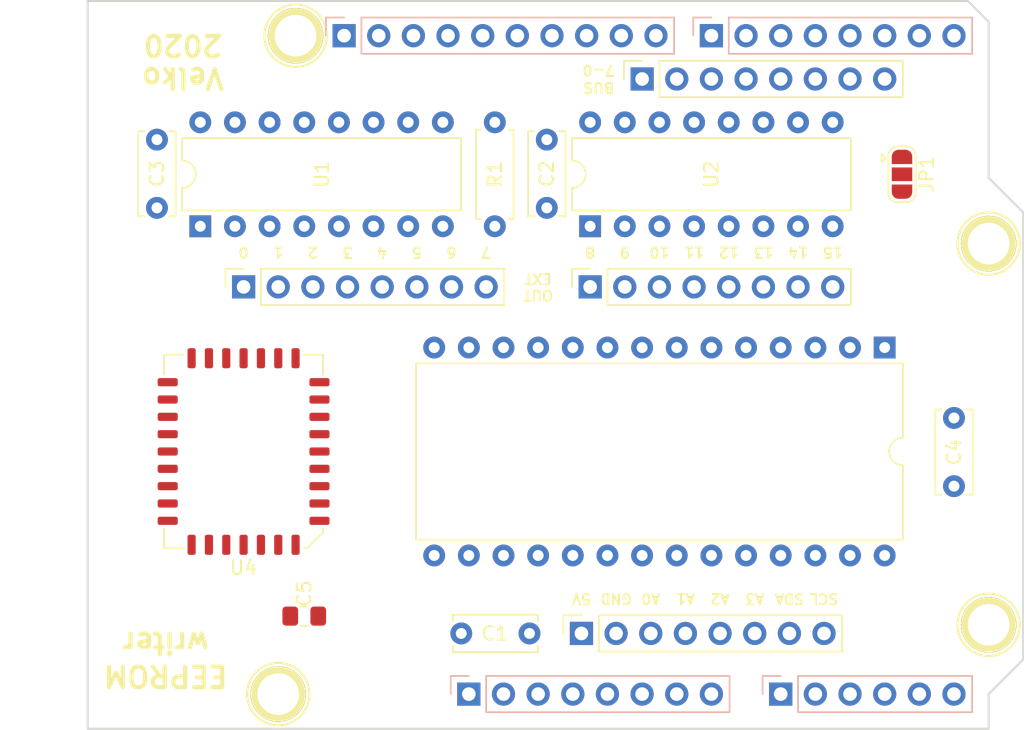
<source format=kicad_pcb>
(kicad_pcb (version 20171130) (host pcbnew 5.0.2+dfsg1-1)

  (general
    (thickness 1.6)
    (drawings 55)
    (tracks 0)
    (zones 0)
    (modules 23)
    (nets 58)
  )

  (page A4)
  (title_block
    (date "lun. 30 mars 2015")
  )

  (layers
    (0 F.Cu signal)
    (31 B.Cu signal)
    (32 B.Adhes user)
    (33 F.Adhes user)
    (34 B.Paste user)
    (35 F.Paste user)
    (36 B.SilkS user)
    (37 F.SilkS user)
    (38 B.Mask user)
    (39 F.Mask user)
    (40 Dwgs.User user)
    (41 Cmts.User user)
    (42 Eco1.User user)
    (43 Eco2.User user)
    (44 Edge.Cuts user)
    (45 Margin user)
    (46 B.CrtYd user)
    (47 F.CrtYd user)
    (48 B.Fab user)
    (49 F.Fab user)
  )

  (setup
    (last_trace_width 0.25)
    (trace_clearance 0.2)
    (zone_clearance 0.208)
    (zone_45_only no)
    (trace_min 0.2)
    (segment_width 0.15)
    (edge_width 0.15)
    (via_size 0.6)
    (via_drill 0.4)
    (via_min_size 0.4)
    (via_min_drill 0.3)
    (uvia_size 0.3)
    (uvia_drill 0.1)
    (uvias_allowed no)
    (uvia_min_size 0.2)
    (uvia_min_drill 0.1)
    (pcb_text_width 0.3)
    (pcb_text_size 1.5 1.5)
    (mod_edge_width 0.15)
    (mod_text_size 1 1)
    (mod_text_width 0.15)
    (pad_size 4.064 4.064)
    (pad_drill 3.048)
    (pad_to_mask_clearance 0)
    (solder_mask_min_width 0.25)
    (aux_axis_origin 110.998 126.365)
    (grid_origin 110.998 126.365)
    (visible_elements FFFFFF7F)
    (pcbplotparams
      (layerselection 0x00030_80000001)
      (usegerberextensions false)
      (usegerberattributes false)
      (usegerberadvancedattributes false)
      (creategerberjobfile false)
      (excludeedgelayer true)
      (linewidth 0.100000)
      (plotframeref false)
      (viasonmask false)
      (mode 1)
      (useauxorigin false)
      (hpglpennumber 1)
      (hpglpenspeed 20)
      (hpglpendiameter 15.000000)
      (psnegative false)
      (psa4output false)
      (plotreference true)
      (plotvalue true)
      (plotinvisibletext false)
      (padsonsilk false)
      (subtractmaskfromsilk false)
      (outputformat 1)
      (mirror false)
      (drillshape 1)
      (scaleselection 1)
      (outputdirectory ""))
  )

  (net 0 "")
  (net 1 +5V)
  (net 2 GND)
  (net 3 "Net-(P5-Pad1)")
  (net 4 "Net-(P6-Pad1)")
  (net 5 "Net-(P7-Pad1)")
  (net 6 "Net-(P8-Pad1)")
  (net 7 "Net-(P1-Pad1)")
  (net 8 "Net-(P1-Pad2)")
  (net 9 "Net-(P1-Pad3)")
  (net 10 "Net-(P1-Pad4)")
  (net 11 "Net-(P1-Pad8)")
  (net 12 A0)
  (net 13 A1)
  (net 14 A2)
  (net 15 A3)
  (net 16 ~WE~)
  (net 17 "Net-(P3-Pad3)")
  (net 18 SCK)
  (net 19 MISO)
  (net 20 MOSI)
  (net 21 LATCH)
  (net 22 D0)
  (net 23 D1)
  (net 24 D2)
  (net 25 D3)
  (net 26 D4)
  (net 27 D5)
  (net 28 D6)
  (net 29 D7)
  (net 30 "Net-(P4-Pad7)")
  (net 31 "Net-(P4-Pad8)")
  (net 32 "Net-(U1-Pad9)")
  (net 33 A4)
  (net 34 A5)
  (net 35 A6)
  (net 36 A7)
  (net 37 A8)
  (net 38 A15)
  (net 39 A14)
  (net 40 A13)
  (net 41 A12)
  (net 42 A11)
  (net 43 A10)
  (net 44 "Net-(U2-Pad9)")
  (net 45 A9)
  (net 46 "Net-(JP1-Pad2)")
  (net 47 E0)
  (net 48 E1)
  (net 49 E2)
  (net 50 E3)
  (net 51 E4)
  (net 52 E5)
  (net 53 "Net-(U4-Pad1)")
  (net 54 "Net-(U4-Pad26)")
  (net 55 "Net-(U4-Pad12)")
  (net 56 "Net-(U4-Pad17)")
  (net 57 ~OE~)

  (net_class Default "This is the default net class."
    (clearance 0.2)
    (trace_width 0.25)
    (via_dia 0.6)
    (via_drill 0.4)
    (uvia_dia 0.3)
    (uvia_drill 0.1)
    (add_net A0)
    (add_net A1)
    (add_net A10)
    (add_net A11)
    (add_net A12)
    (add_net A13)
    (add_net A14)
    (add_net A15)
    (add_net A2)
    (add_net A3)
    (add_net A4)
    (add_net A5)
    (add_net A6)
    (add_net A7)
    (add_net A8)
    (add_net A9)
    (add_net D0)
    (add_net D1)
    (add_net D2)
    (add_net D3)
    (add_net D4)
    (add_net D5)
    (add_net D6)
    (add_net D7)
    (add_net E0)
    (add_net E1)
    (add_net E2)
    (add_net E3)
    (add_net E4)
    (add_net E5)
    (add_net LATCH)
    (add_net MISO)
    (add_net MOSI)
    (add_net "Net-(JP1-Pad2)")
    (add_net "Net-(P1-Pad1)")
    (add_net "Net-(P1-Pad2)")
    (add_net "Net-(P1-Pad3)")
    (add_net "Net-(P1-Pad4)")
    (add_net "Net-(P1-Pad8)")
    (add_net "Net-(P3-Pad3)")
    (add_net "Net-(P4-Pad7)")
    (add_net "Net-(P4-Pad8)")
    (add_net "Net-(P5-Pad1)")
    (add_net "Net-(P6-Pad1)")
    (add_net "Net-(P7-Pad1)")
    (add_net "Net-(P8-Pad1)")
    (add_net "Net-(U1-Pad9)")
    (add_net "Net-(U2-Pad9)")
    (add_net "Net-(U4-Pad1)")
    (add_net "Net-(U4-Pad12)")
    (add_net "Net-(U4-Pad17)")
    (add_net "Net-(U4-Pad26)")
    (add_net SCK)
    (add_net ~OE~)
    (add_net ~WE~)
  )

  (net_class PWR ""
    (clearance 0.2)
    (trace_width 0.5)
    (via_dia 0.6)
    (via_drill 0.4)
    (uvia_dia 0.3)
    (uvia_drill 0.1)
    (add_net +5V)
    (add_net GND)
  )

  (module Connector_PinSocket_2.54mm:PinSocket_1x08_P2.54mm_Vertical (layer F.Cu) (tedit 5F0B53B9) (tstamp 5F2296A2)
    (at 147.828 93.98 90)
    (descr "Through hole straight socket strip, 1x08, 2.54mm pitch, single row (from Kicad 4.0.7), script generated")
    (tags "Through hole socket strip THT 1x08 2.54mm single row")
    (path /5F1E3D16)
    (fp_text reference J2 (at 0 -2.77 90) (layer F.SilkS) hide
      (effects (font (size 1 1) (thickness 0.15)))
    )
    (fp_text value Conn_01x08 (at 0 20.55 90) (layer F.Fab)
      (effects (font (size 1 1) (thickness 0.15)))
    )
    (fp_text user %R (at 0 8.89 -180) (layer F.Fab)
      (effects (font (size 1 1) (thickness 0.15)))
    )
    (fp_line (start -1.8 19.55) (end -1.8 -1.8) (layer F.CrtYd) (width 0.05))
    (fp_line (start 1.75 19.55) (end -1.8 19.55) (layer F.CrtYd) (width 0.05))
    (fp_line (start 1.75 -1.8) (end 1.75 19.55) (layer F.CrtYd) (width 0.05))
    (fp_line (start -1.8 -1.8) (end 1.75 -1.8) (layer F.CrtYd) (width 0.05))
    (fp_line (start 0 -1.33) (end 1.33 -1.33) (layer F.SilkS) (width 0.12))
    (fp_line (start 1.33 -1.33) (end 1.33 0) (layer F.SilkS) (width 0.12))
    (fp_line (start 1.33 1.27) (end 1.33 19.11) (layer F.SilkS) (width 0.12))
    (fp_line (start -1.33 19.11) (end 1.33 19.11) (layer F.SilkS) (width 0.12))
    (fp_line (start -1.33 1.27) (end -1.33 19.11) (layer F.SilkS) (width 0.12))
    (fp_line (start -1.33 1.27) (end 1.33 1.27) (layer F.SilkS) (width 0.12))
    (fp_line (start -1.27 19.05) (end -1.27 -1.27) (layer F.Fab) (width 0.1))
    (fp_line (start 1.27 19.05) (end -1.27 19.05) (layer F.Fab) (width 0.1))
    (fp_line (start 1.27 -0.635) (end 1.27 19.05) (layer F.Fab) (width 0.1))
    (fp_line (start 0.635 -1.27) (end 1.27 -0.635) (layer F.Fab) (width 0.1))
    (fp_line (start -1.27 -1.27) (end 0.635 -1.27) (layer F.Fab) (width 0.1))
    (pad 8 thru_hole oval (at 0 17.78 90) (size 1.7 1.7) (drill 1) (layers *.Cu *.Mask)
      (net 38 A15))
    (pad 7 thru_hole oval (at 0 15.24 90) (size 1.7 1.7) (drill 1) (layers *.Cu *.Mask)
      (net 39 A14))
    (pad 6 thru_hole oval (at 0 12.7 90) (size 1.7 1.7) (drill 1) (layers *.Cu *.Mask)
      (net 40 A13))
    (pad 5 thru_hole oval (at 0 10.16 90) (size 1.7 1.7) (drill 1) (layers *.Cu *.Mask)
      (net 41 A12))
    (pad 4 thru_hole oval (at 0 7.62 90) (size 1.7 1.7) (drill 1) (layers *.Cu *.Mask)
      (net 42 A11))
    (pad 3 thru_hole oval (at 0 5.08 90) (size 1.7 1.7) (drill 1) (layers *.Cu *.Mask)
      (net 43 A10))
    (pad 2 thru_hole oval (at 0 2.54 90) (size 1.7 1.7) (drill 1) (layers *.Cu *.Mask)
      (net 45 A9))
    (pad 1 thru_hole rect (at 0 0 90) (size 1.7 1.7) (drill 1) (layers *.Cu *.Mask)
      (net 37 A8))
    (model ${KISYS3DMOD}/Connector_PinSocket_2.54mm.3dshapes/PinSocket_1x08_P2.54mm_Vertical.wrl
      (at (xyz 0 0 0))
      (scale (xyz 1 1 1))
      (rotate (xyz 0 0 0))
    )
  )

  (module Connector_PinHeader_2.54mm:PinHeader_1x06_P2.54mm_Vertical locked (layer B.Cu) (tedit 5F0B5E11) (tstamp 5F08B75F)
    (at 161.798 123.825 270)
    (descr "Through hole straight pin header, 1x06, 2.54mm pitch, single row")
    (tags "Through hole pin header THT 1x06 2.54mm single row")
    (path /56D70DD8)
    (fp_text reference P2 (at -2.54 -6.35) (layer B.SilkS) hide
      (effects (font (size 1 1) (thickness 0.15)) (justify mirror))
    )
    (fp_text value Analog (at 0 -15.03 270) (layer B.Fab)
      (effects (font (size 1 1) (thickness 0.15)) (justify mirror))
    )
    (fp_line (start -0.635 1.27) (end 1.27 1.27) (layer B.Fab) (width 0.1))
    (fp_line (start 1.27 1.27) (end 1.27 -13.97) (layer B.Fab) (width 0.1))
    (fp_line (start 1.27 -13.97) (end -1.27 -13.97) (layer B.Fab) (width 0.1))
    (fp_line (start -1.27 -13.97) (end -1.27 0.635) (layer B.Fab) (width 0.1))
    (fp_line (start -1.27 0.635) (end -0.635 1.27) (layer B.Fab) (width 0.1))
    (fp_line (start -1.33 -14.03) (end 1.33 -14.03) (layer B.SilkS) (width 0.12))
    (fp_line (start -1.33 -1.27) (end -1.33 -14.03) (layer B.SilkS) (width 0.12))
    (fp_line (start 1.33 -1.27) (end 1.33 -14.03) (layer B.SilkS) (width 0.12))
    (fp_line (start -1.33 -1.27) (end 1.33 -1.27) (layer B.SilkS) (width 0.12))
    (fp_line (start -1.33 0) (end -1.33 1.33) (layer B.SilkS) (width 0.12))
    (fp_line (start -1.33 1.33) (end 0 1.33) (layer B.SilkS) (width 0.12))
    (fp_line (start -1.8 1.8) (end -1.8 -14.5) (layer B.CrtYd) (width 0.05))
    (fp_line (start -1.8 -14.5) (end 1.8 -14.5) (layer B.CrtYd) (width 0.05))
    (fp_line (start 1.8 -14.5) (end 1.8 1.8) (layer B.CrtYd) (width 0.05))
    (fp_line (start 1.8 1.8) (end -1.8 1.8) (layer B.CrtYd) (width 0.05))
    (fp_text user %R (at -2.54 -6.35 180) (layer B.Fab)
      (effects (font (size 1 1) (thickness 0.15)) (justify mirror))
    )
    (pad 1 thru_hole rect (at 0 0 270) (size 1.7 1.7) (drill 1) (layers *.Cu *.Mask)
      (net 47 E0))
    (pad 2 thru_hole oval (at 0 -2.54 270) (size 1.7 1.7) (drill 1) (layers *.Cu *.Mask)
      (net 48 E1))
    (pad 3 thru_hole oval (at 0 -5.08 270) (size 1.7 1.7) (drill 1) (layers *.Cu *.Mask)
      (net 49 E2))
    (pad 4 thru_hole oval (at 0 -7.62 270) (size 1.7 1.7) (drill 1) (layers *.Cu *.Mask)
      (net 50 E3))
    (pad 5 thru_hole oval (at 0 -10.16 270) (size 1.7 1.7) (drill 1) (layers *.Cu *.Mask)
      (net 51 E4))
    (pad 6 thru_hole oval (at 0 -12.7 270) (size 1.7 1.7) (drill 1) (layers *.Cu *.Mask)
      (net 52 E5))
    (model ${KISYS3DMOD}/Connector_PinHeader_2.54mm.3dshapes/PinHeader_1x06_P2.54mm_Vertical.wrl
      (at (xyz 0 0 0))
      (scale (xyz 1 1 1))
      (rotate (xyz 0 0 0))
    )
  )

  (module Connector_PinHeader_2.54mm:PinHeader_1x08_P2.54mm_Vertical locked (layer B.Cu) (tedit 5F0B5E09) (tstamp 551AF9EA)
    (at 138.938 123.825 270)
    (descr "Through hole straight pin header, 1x08, 2.54mm pitch, single row")
    (tags "Through hole pin header THT 1x08 2.54mm single row")
    (path /56D70129)
    (fp_text reference P1 (at -2.54 -8.89) (layer B.SilkS) hide
      (effects (font (size 1 1) (thickness 0.15)) (justify mirror))
    )
    (fp_text value Power (at 0 -20.11 270) (layer B.Fab)
      (effects (font (size 1 1) (thickness 0.15)) (justify mirror))
    )
    (fp_text user %R (at -2.54 -8.89 180) (layer B.Fab)
      (effects (font (size 1 1) (thickness 0.15)) (justify mirror))
    )
    (fp_line (start 1.8 1.8) (end -1.8 1.8) (layer B.CrtYd) (width 0.05))
    (fp_line (start 1.8 -19.55) (end 1.8 1.8) (layer B.CrtYd) (width 0.05))
    (fp_line (start -1.8 -19.55) (end 1.8 -19.55) (layer B.CrtYd) (width 0.05))
    (fp_line (start -1.8 1.8) (end -1.8 -19.55) (layer B.CrtYd) (width 0.05))
    (fp_line (start -1.33 1.33) (end 0 1.33) (layer B.SilkS) (width 0.12))
    (fp_line (start -1.33 0) (end -1.33 1.33) (layer B.SilkS) (width 0.12))
    (fp_line (start -1.33 -1.27) (end 1.33 -1.27) (layer B.SilkS) (width 0.12))
    (fp_line (start 1.33 -1.27) (end 1.33 -19.11) (layer B.SilkS) (width 0.12))
    (fp_line (start -1.33 -1.27) (end -1.33 -19.11) (layer B.SilkS) (width 0.12))
    (fp_line (start -1.33 -19.11) (end 1.33 -19.11) (layer B.SilkS) (width 0.12))
    (fp_line (start -1.27 0.635) (end -0.635 1.27) (layer B.Fab) (width 0.1))
    (fp_line (start -1.27 -19.05) (end -1.27 0.635) (layer B.Fab) (width 0.1))
    (fp_line (start 1.27 -19.05) (end -1.27 -19.05) (layer B.Fab) (width 0.1))
    (fp_line (start 1.27 1.27) (end 1.27 -19.05) (layer B.Fab) (width 0.1))
    (fp_line (start -0.635 1.27) (end 1.27 1.27) (layer B.Fab) (width 0.1))
    (pad 8 thru_hole oval (at 0 -17.78 270) (size 1.7 1.7) (drill 1) (layers *.Cu *.Mask)
      (net 11 "Net-(P1-Pad8)"))
    (pad 7 thru_hole oval (at 0 -15.24 270) (size 1.7 1.7) (drill 1) (layers *.Cu *.Mask)
      (net 2 GND))
    (pad 6 thru_hole oval (at 0 -12.7 270) (size 1.7 1.7) (drill 1) (layers *.Cu *.Mask)
      (net 2 GND))
    (pad 5 thru_hole oval (at 0 -10.16 270) (size 1.7 1.7) (drill 1) (layers *.Cu *.Mask)
      (net 1 +5V))
    (pad 4 thru_hole oval (at 0 -7.62 270) (size 1.7 1.7) (drill 1) (layers *.Cu *.Mask)
      (net 10 "Net-(P1-Pad4)"))
    (pad 3 thru_hole oval (at 0 -5.08 270) (size 1.7 1.7) (drill 1) (layers *.Cu *.Mask)
      (net 9 "Net-(P1-Pad3)"))
    (pad 2 thru_hole oval (at 0 -2.54 270) (size 1.7 1.7) (drill 1) (layers *.Cu *.Mask)
      (net 8 "Net-(P1-Pad2)"))
    (pad 1 thru_hole rect (at 0 0 270) (size 1.7 1.7) (drill 1) (layers *.Cu *.Mask)
      (net 7 "Net-(P1-Pad1)"))
    (model ${KISYS3DMOD}/Connector_PinHeader_2.54mm.3dshapes/PinHeader_1x08_P2.54mm_Vertical.wrl
      (at (xyz 0 0 0))
      (scale (xyz 1 1 1))
      (rotate (xyz 0 0 0))
    )
  )

  (module Connector_PinHeader_2.54mm:PinHeader_1x08_P2.54mm_Vertical locked (layer B.Cu) (tedit 5F0B5E00) (tstamp 551AFA2F)
    (at 156.718 75.565 270)
    (descr "Through hole straight pin header, 1x08, 2.54mm pitch, single row")
    (tags "Through hole pin header THT 1x08 2.54mm single row")
    (path /56D7164F)
    (fp_text reference P4 (at 2.54 -9.525 180) (layer B.SilkS) hide
      (effects (font (size 1 1) (thickness 0.15)) (justify mirror))
    )
    (fp_text value Digital (at 0 -20.11 270) (layer B.Fab) hide
      (effects (font (size 1 1) (thickness 0.15)) (justify mirror))
    )
    (fp_text user %R (at 0 -8.89 180) (layer B.Fab)
      (effects (font (size 1 1) (thickness 0.15)) (justify mirror))
    )
    (fp_line (start 1.8 1.8) (end -1.8 1.8) (layer B.CrtYd) (width 0.05))
    (fp_line (start 1.8 -19.55) (end 1.8 1.8) (layer B.CrtYd) (width 0.05))
    (fp_line (start -1.8 -19.55) (end 1.8 -19.55) (layer B.CrtYd) (width 0.05))
    (fp_line (start -1.8 1.8) (end -1.8 -19.55) (layer B.CrtYd) (width 0.05))
    (fp_line (start -1.33 1.33) (end 0 1.33) (layer B.SilkS) (width 0.12))
    (fp_line (start -1.33 0) (end -1.33 1.33) (layer B.SilkS) (width 0.12))
    (fp_line (start -1.33 -1.27) (end 1.33 -1.27) (layer B.SilkS) (width 0.12))
    (fp_line (start 1.33 -1.27) (end 1.33 -19.11) (layer B.SilkS) (width 0.12))
    (fp_line (start -1.33 -1.27) (end -1.33 -19.11) (layer B.SilkS) (width 0.12))
    (fp_line (start -1.33 -19.11) (end 1.33 -19.11) (layer B.SilkS) (width 0.12))
    (fp_line (start -1.27 0.635) (end -0.635 1.27) (layer B.Fab) (width 0.1))
    (fp_line (start -1.27 -19.05) (end -1.27 0.635) (layer B.Fab) (width 0.1))
    (fp_line (start 1.27 -19.05) (end -1.27 -19.05) (layer B.Fab) (width 0.1))
    (fp_line (start 1.27 1.27) (end 1.27 -19.05) (layer B.Fab) (width 0.1))
    (fp_line (start -0.635 1.27) (end 1.27 1.27) (layer B.Fab) (width 0.1))
    (pad 8 thru_hole oval (at 0 -17.78 270) (size 1.7 1.7) (drill 1) (layers *.Cu *.Mask)
      (net 31 "Net-(P4-Pad8)"))
    (pad 7 thru_hole oval (at 0 -15.24 270) (size 1.7 1.7) (drill 1) (layers *.Cu *.Mask)
      (net 30 "Net-(P4-Pad7)"))
    (pad 6 thru_hole oval (at 0 -12.7 270) (size 1.7 1.7) (drill 1) (layers *.Cu *.Mask)
      (net 29 D7))
    (pad 5 thru_hole oval (at 0 -10.16 270) (size 1.7 1.7) (drill 1) (layers *.Cu *.Mask)
      (net 28 D6))
    (pad 4 thru_hole oval (at 0 -7.62 270) (size 1.7 1.7) (drill 1) (layers *.Cu *.Mask)
      (net 27 D5))
    (pad 3 thru_hole oval (at 0 -5.08 270) (size 1.7 1.7) (drill 1) (layers *.Cu *.Mask)
      (net 26 D4))
    (pad 2 thru_hole oval (at 0 -2.54 270) (size 1.7 1.7) (drill 1) (layers *.Cu *.Mask)
      (net 25 D3))
    (pad 1 thru_hole rect (at 0 0 270) (size 1.7 1.7) (drill 1) (layers *.Cu *.Mask)
      (net 24 D2))
    (model ${KISYS3DMOD}/Connector_PinHeader_2.54mm.3dshapes/PinHeader_1x08_P2.54mm_Vertical.wrl
      (at (xyz 0 0 0))
      (scale (xyz 1 1 1))
      (rotate (xyz 0 0 0))
    )
  )

  (module Connector_PinHeader_2.54mm:PinHeader_1x10_P2.54mm_Vertical locked (layer B.Cu) (tedit 5F0B5DF6) (tstamp 551AFA18)
    (at 129.794 75.565 270)
    (descr "Through hole straight pin header, 1x10, 2.54mm pitch, single row")
    (tags "Through hole pin header THT 1x10 2.54mm single row")
    (path /56D721E0)
    (fp_text reference P3 (at 2.54 -12.319 180) (layer B.SilkS) hide
      (effects (font (size 1 1) (thickness 0.15)) (justify mirror))
    )
    (fp_text value Digital (at 0 -25.19 270) (layer B.Fab) hide
      (effects (font (size 1 1) (thickness 0.15)) (justify mirror))
    )
    (fp_text user %R (at 2.54 -12.319 180) (layer B.Fab)
      (effects (font (size 1 1) (thickness 0.15)) (justify mirror))
    )
    (fp_line (start 1.8 1.8) (end -1.8 1.8) (layer B.CrtYd) (width 0.05))
    (fp_line (start 1.8 -24.65) (end 1.8 1.8) (layer B.CrtYd) (width 0.05))
    (fp_line (start -1.8 -24.65) (end 1.8 -24.65) (layer B.CrtYd) (width 0.05))
    (fp_line (start -1.8 1.8) (end -1.8 -24.65) (layer B.CrtYd) (width 0.05))
    (fp_line (start -1.33 1.33) (end 0 1.33) (layer B.SilkS) (width 0.12))
    (fp_line (start -1.33 0) (end -1.33 1.33) (layer B.SilkS) (width 0.12))
    (fp_line (start -1.33 -1.27) (end 1.33 -1.27) (layer B.SilkS) (width 0.12))
    (fp_line (start 1.33 -1.27) (end 1.33 -24.19) (layer B.SilkS) (width 0.12))
    (fp_line (start -1.33 -1.27) (end -1.33 -24.19) (layer B.SilkS) (width 0.12))
    (fp_line (start -1.33 -24.19) (end 1.33 -24.19) (layer B.SilkS) (width 0.12))
    (fp_line (start -1.27 0.635) (end -0.635 1.27) (layer B.Fab) (width 0.1))
    (fp_line (start -1.27 -24.13) (end -1.27 0.635) (layer B.Fab) (width 0.1))
    (fp_line (start 1.27 -24.13) (end -1.27 -24.13) (layer B.Fab) (width 0.1))
    (fp_line (start 1.27 1.27) (end 1.27 -24.13) (layer B.Fab) (width 0.1))
    (fp_line (start -0.635 1.27) (end 1.27 1.27) (layer B.Fab) (width 0.1))
    (pad 10 thru_hole oval (at 0 -22.86 270) (size 1.7 1.7) (drill 1) (layers *.Cu *.Mask)
      (net 23 D1))
    (pad 9 thru_hole oval (at 0 -20.32 270) (size 1.7 1.7) (drill 1) (layers *.Cu *.Mask)
      (net 22 D0))
    (pad 8 thru_hole oval (at 0 -17.78 270) (size 1.7 1.7) (drill 1) (layers *.Cu *.Mask)
      (net 21 LATCH))
    (pad 7 thru_hole oval (at 0 -15.24 270) (size 1.7 1.7) (drill 1) (layers *.Cu *.Mask)
      (net 20 MOSI))
    (pad 6 thru_hole oval (at 0 -12.7 270) (size 1.7 1.7) (drill 1) (layers *.Cu *.Mask)
      (net 19 MISO))
    (pad 5 thru_hole oval (at 0 -10.16 270) (size 1.7 1.7) (drill 1) (layers *.Cu *.Mask)
      (net 18 SCK))
    (pad 4 thru_hole oval (at 0 -7.62 270) (size 1.7 1.7) (drill 1) (layers *.Cu *.Mask)
      (net 2 GND))
    (pad 3 thru_hole oval (at 0 -5.08 270) (size 1.7 1.7) (drill 1) (layers *.Cu *.Mask)
      (net 17 "Net-(P3-Pad3)"))
    (pad 2 thru_hole oval (at 0 -2.54 270) (size 1.7 1.7) (drill 1) (layers *.Cu *.Mask)
      (net 57 ~OE~))
    (pad 1 thru_hole rect (at 0 0 270) (size 1.7 1.7) (drill 1) (layers *.Cu *.Mask)
      (net 16 ~WE~))
    (model ${KISYS3DMOD}/Connector_PinHeader_2.54mm.3dshapes/PinHeader_1x10_P2.54mm_Vertical.wrl
      (at (xyz 0 0 0))
      (scale (xyz 1 1 1))
      (rotate (xyz 0 0 0))
    )
  )

  (module Jumper:SolderJumper-3_P1.3mm_Open_RoundedPad1.0x1.5mm (layer F.Cu) (tedit 5B391EB7) (tstamp 5F2293F6)
    (at 170.688 85.725 270)
    (descr "SMD Solder 3-pad Jumper, 1x1.5mm rounded Pads, 0.3mm gap, open")
    (tags "solder jumper open")
    (path /5F0A6B6F)
    (attr virtual)
    (fp_text reference JP1 (at 0 -1.8 270) (layer F.SilkS)
      (effects (font (size 1 1) (thickness 0.15)))
    )
    (fp_text value SolderJumper_3_Open (at 0 1.9 270) (layer F.Fab)
      (effects (font (size 1 1) (thickness 0.15)))
    )
    (fp_line (start -1.2 1.2) (end -0.9 1.5) (layer F.SilkS) (width 0.12))
    (fp_line (start -1.5 1.5) (end -0.9 1.5) (layer F.SilkS) (width 0.12))
    (fp_line (start -1.2 1.2) (end -1.5 1.5) (layer F.SilkS) (width 0.12))
    (fp_line (start -2.05 0.3) (end -2.05 -0.3) (layer F.SilkS) (width 0.12))
    (fp_line (start 1.4 1) (end -1.4 1) (layer F.SilkS) (width 0.12))
    (fp_line (start 2.05 -0.3) (end 2.05 0.3) (layer F.SilkS) (width 0.12))
    (fp_line (start -1.4 -1) (end 1.4 -1) (layer F.SilkS) (width 0.12))
    (fp_line (start -2.3 -1.25) (end 2.3 -1.25) (layer F.CrtYd) (width 0.05))
    (fp_line (start -2.3 -1.25) (end -2.3 1.25) (layer F.CrtYd) (width 0.05))
    (fp_line (start 2.3 1.25) (end 2.3 -1.25) (layer F.CrtYd) (width 0.05))
    (fp_line (start 2.3 1.25) (end -2.3 1.25) (layer F.CrtYd) (width 0.05))
    (fp_arc (start 1.35 -0.3) (end 2.05 -0.3) (angle -90) (layer F.SilkS) (width 0.12))
    (fp_arc (start 1.35 0.3) (end 1.35 1) (angle -90) (layer F.SilkS) (width 0.12))
    (fp_arc (start -1.35 0.3) (end -2.05 0.3) (angle -90) (layer F.SilkS) (width 0.12))
    (fp_arc (start -1.35 -0.3) (end -1.35 -1) (angle -90) (layer F.SilkS) (width 0.12))
    (pad 1 smd custom (at -1.3 0 270) (size 1 0.5) (layers F.Cu F.Mask)
      (net 1 +5V) (zone_connect 0)
      (options (clearance outline) (anchor rect))
      (primitives
        (gr_circle (center 0 0.25) (end 0.5 0.25) (width 0))
        (gr_circle (center 0 -0.25) (end 0.5 -0.25) (width 0))
        (gr_poly (pts
           (xy 0.55 -0.75) (xy 0 -0.75) (xy 0 0.75) (xy 0.55 0.75)) (width 0))
      ))
    (pad 3 smd custom (at 1.3 0 270) (size 1 0.5) (layers F.Cu F.Mask)
      (net 2 GND) (zone_connect 0)
      (options (clearance outline) (anchor rect))
      (primitives
        (gr_circle (center 0 0.25) (end 0.5 0.25) (width 0))
        (gr_circle (center 0 -0.25) (end 0.5 -0.25) (width 0))
        (gr_poly (pts
           (xy -0.55 -0.75) (xy 0 -0.75) (xy 0 0.75) (xy -0.55 0.75)) (width 0))
      ))
    (pad 2 smd rect (at 0 0 270) (size 1 1.5) (layers F.Cu F.Mask)
      (net 46 "Net-(JP1-Pad2)"))
  )

  (module Socket_Arduino_Uno:Arduino_1pin locked (layer F.Cu) (tedit 5524FC39) (tstamp 5524FC3F)
    (at 124.968 123.825)
    (descr "module 1 pin (ou trou mecanique de percage)")
    (tags DEV)
    (path /56D71177)
    (fp_text reference P5 (at 0 -3.048) (layer F.SilkS) hide
      (effects (font (size 1 1) (thickness 0.15)))
    )
    (fp_text value CONN_01X01 (at 0 2.794) (layer F.Fab) hide
      (effects (font (size 1 1) (thickness 0.15)))
    )
    (fp_circle (center 0 0) (end 0 -2.286) (layer F.SilkS) (width 0.15))
    (pad 1 thru_hole circle (at 0 0) (size 4.064 4.064) (drill 3.048) (layers *.Cu *.Mask F.SilkS)
      (net 3 "Net-(P5-Pad1)"))
  )

  (module Socket_Arduino_Uno:Arduino_1pin locked (layer F.Cu) (tedit 5524FC4A) (tstamp 5524FC44)
    (at 177.038 118.745)
    (descr "module 1 pin (ou trou mecanique de percage)")
    (tags DEV)
    (path /56D71274)
    (fp_text reference P6 (at 0 -3.048) (layer F.SilkS) hide
      (effects (font (size 1 1) (thickness 0.15)))
    )
    (fp_text value CONN_01X01 (at 0 2.794) (layer F.Fab) hide
      (effects (font (size 1 1) (thickness 0.15)))
    )
    (fp_circle (center 0 0) (end 0 -2.286) (layer F.SilkS) (width 0.15))
    (pad 1 thru_hole circle (at 0 0) (size 4.064 4.064) (drill 3.048) (layers *.Cu *.Mask F.SilkS)
      (net 4 "Net-(P6-Pad1)"))
  )

  (module Socket_Arduino_Uno:Arduino_1pin locked (layer F.Cu) (tedit 5524FC2F) (tstamp 5524FC49)
    (at 126.238 75.565)
    (descr "module 1 pin (ou trou mecanique de percage)")
    (tags DEV)
    (path /56D712A8)
    (fp_text reference P7 (at 0 -3.048) (layer F.SilkS) hide
      (effects (font (size 1 1) (thickness 0.15)))
    )
    (fp_text value CONN_01X01 (at 0 2.794) (layer F.Fab) hide
      (effects (font (size 1 1) (thickness 0.15)))
    )
    (fp_circle (center 0 0) (end 0 -2.286) (layer F.SilkS) (width 0.15))
    (pad 1 thru_hole circle (at 0 0) (size 4.064 4.064) (drill 3.048) (layers *.Cu *.Mask F.SilkS)
      (net 5 "Net-(P7-Pad1)"))
  )

  (module Socket_Arduino_Uno:Arduino_1pin locked (layer F.Cu) (tedit 5524FC41) (tstamp 5524FC4E)
    (at 177.038 90.805)
    (descr "module 1 pin (ou trou mecanique de percage)")
    (tags DEV)
    (path /56D712DB)
    (fp_text reference P8 (at 0 -3.048) (layer F.SilkS) hide
      (effects (font (size 1 1) (thickness 0.15)))
    )
    (fp_text value CONN_01X01 (at 0 2.794) (layer F.Fab) hide
      (effects (font (size 1 1) (thickness 0.15)))
    )
    (fp_circle (center 0 0) (end 0 -2.286) (layer F.SilkS) (width 0.15))
    (pad 1 thru_hole circle (at 0 0) (size 4.064 4.064) (drill 3.048) (layers *.Cu *.Mask F.SilkS)
      (net 6 "Net-(P8-Pad1)"))
  )

  (module Resistor_THT:R_Axial_DIN0207_L6.3mm_D2.5mm_P7.62mm_Horizontal (layer F.Cu) (tedit 5AE5139B) (tstamp 5F229607)
    (at 140.843 81.915 270)
    (descr "Resistor, Axial_DIN0207 series, Axial, Horizontal, pin pitch=7.62mm, 0.25W = 1/4W, length*diameter=6.3*2.5mm^2, http://cdn-reichelt.de/documents/datenblatt/B400/1_4W%23YAG.pdf")
    (tags "Resistor Axial_DIN0207 series Axial Horizontal pin pitch 7.62mm 0.25W = 1/4W length 6.3mm diameter 2.5mm")
    (path /5F05FD4C)
    (fp_text reference R1 (at 3.81 0 270) (layer F.SilkS)
      (effects (font (size 1 1) (thickness 0.15)))
    )
    (fp_text value 10K (at 3.81 2.37 270) (layer F.Fab)
      (effects (font (size 1 1) (thickness 0.15)))
    )
    (fp_line (start 0.66 -1.25) (end 0.66 1.25) (layer F.Fab) (width 0.1))
    (fp_line (start 0.66 1.25) (end 6.96 1.25) (layer F.Fab) (width 0.1))
    (fp_line (start 6.96 1.25) (end 6.96 -1.25) (layer F.Fab) (width 0.1))
    (fp_line (start 6.96 -1.25) (end 0.66 -1.25) (layer F.Fab) (width 0.1))
    (fp_line (start 0 0) (end 0.66 0) (layer F.Fab) (width 0.1))
    (fp_line (start 7.62 0) (end 6.96 0) (layer F.Fab) (width 0.1))
    (fp_line (start 0.54 -1.04) (end 0.54 -1.37) (layer F.SilkS) (width 0.12))
    (fp_line (start 0.54 -1.37) (end 7.08 -1.37) (layer F.SilkS) (width 0.12))
    (fp_line (start 7.08 -1.37) (end 7.08 -1.04) (layer F.SilkS) (width 0.12))
    (fp_line (start 0.54 1.04) (end 0.54 1.37) (layer F.SilkS) (width 0.12))
    (fp_line (start 0.54 1.37) (end 7.08 1.37) (layer F.SilkS) (width 0.12))
    (fp_line (start 7.08 1.37) (end 7.08 1.04) (layer F.SilkS) (width 0.12))
    (fp_line (start -1.05 -1.5) (end -1.05 1.5) (layer F.CrtYd) (width 0.05))
    (fp_line (start -1.05 1.5) (end 8.67 1.5) (layer F.CrtYd) (width 0.05))
    (fp_line (start 8.67 1.5) (end 8.67 -1.5) (layer F.CrtYd) (width 0.05))
    (fp_line (start 8.67 -1.5) (end -1.05 -1.5) (layer F.CrtYd) (width 0.05))
    (fp_text user %R (at 3.81 0 270) (layer F.Fab)
      (effects (font (size 1 1) (thickness 0.15)))
    )
    (pad 1 thru_hole circle (at 0 0 270) (size 1.6 1.6) (drill 0.8) (layers *.Cu *.Mask)
      (net 19 MISO))
    (pad 2 thru_hole oval (at 7.62 0 270) (size 1.6 1.6) (drill 0.8) (layers *.Cu *.Mask)
      (net 2 GND))
    (model ${KISYS3DMOD}/Resistor_THT.3dshapes/R_Axial_DIN0207_L6.3mm_D2.5mm_P7.62mm_Horizontal.wrl
      (at (xyz 0 0 0))
      (scale (xyz 1 1 1))
      (rotate (xyz 0 0 0))
    )
  )

  (module Package_DIP:DIP-16_W7.62mm (layer F.Cu) (tedit 5A02E8C5) (tstamp 5F2295A5)
    (at 119.253 89.535 90)
    (descr "16-lead though-hole mounted DIP package, row spacing 7.62 mm (300 mils)")
    (tags "THT DIP DIL PDIP 2.54mm 7.62mm 300mil")
    (path /5F039E0A)
    (fp_text reference U1 (at 3.81 8.89 90) (layer F.SilkS)
      (effects (font (size 1 1) (thickness 0.15)))
    )
    (fp_text value 74HC595 (at 3.81 20.11 90) (layer F.Fab)
      (effects (font (size 1 1) (thickness 0.15)))
    )
    (fp_arc (start 3.81 -1.33) (end 2.81 -1.33) (angle -180) (layer F.SilkS) (width 0.12))
    (fp_line (start 1.635 -1.27) (end 6.985 -1.27) (layer F.Fab) (width 0.1))
    (fp_line (start 6.985 -1.27) (end 6.985 19.05) (layer F.Fab) (width 0.1))
    (fp_line (start 6.985 19.05) (end 0.635 19.05) (layer F.Fab) (width 0.1))
    (fp_line (start 0.635 19.05) (end 0.635 -0.27) (layer F.Fab) (width 0.1))
    (fp_line (start 0.635 -0.27) (end 1.635 -1.27) (layer F.Fab) (width 0.1))
    (fp_line (start 2.81 -1.33) (end 1.16 -1.33) (layer F.SilkS) (width 0.12))
    (fp_line (start 1.16 -1.33) (end 1.16 19.11) (layer F.SilkS) (width 0.12))
    (fp_line (start 1.16 19.11) (end 6.46 19.11) (layer F.SilkS) (width 0.12))
    (fp_line (start 6.46 19.11) (end 6.46 -1.33) (layer F.SilkS) (width 0.12))
    (fp_line (start 6.46 -1.33) (end 4.81 -1.33) (layer F.SilkS) (width 0.12))
    (fp_line (start -1.1 -1.55) (end -1.1 19.3) (layer F.CrtYd) (width 0.05))
    (fp_line (start -1.1 19.3) (end 8.7 19.3) (layer F.CrtYd) (width 0.05))
    (fp_line (start 8.7 19.3) (end 8.7 -1.55) (layer F.CrtYd) (width 0.05))
    (fp_line (start 8.7 -1.55) (end -1.1 -1.55) (layer F.CrtYd) (width 0.05))
    (fp_text user %R (at 3.81 8.89 90) (layer F.Fab)
      (effects (font (size 1 1) (thickness 0.15)))
    )
    (pad 1 thru_hole rect (at 0 0 90) (size 1.6 1.6) (drill 0.8) (layers *.Cu *.Mask)
      (net 13 A1))
    (pad 9 thru_hole oval (at 7.62 17.78 90) (size 1.6 1.6) (drill 0.8) (layers *.Cu *.Mask)
      (net 32 "Net-(U1-Pad9)"))
    (pad 2 thru_hole oval (at 0 2.54 90) (size 1.6 1.6) (drill 0.8) (layers *.Cu *.Mask)
      (net 14 A2))
    (pad 10 thru_hole oval (at 7.62 15.24 90) (size 1.6 1.6) (drill 0.8) (layers *.Cu *.Mask)
      (net 1 +5V))
    (pad 3 thru_hole oval (at 0 5.08 90) (size 1.6 1.6) (drill 0.8) (layers *.Cu *.Mask)
      (net 15 A3))
    (pad 11 thru_hole oval (at 7.62 12.7 90) (size 1.6 1.6) (drill 0.8) (layers *.Cu *.Mask)
      (net 18 SCK))
    (pad 4 thru_hole oval (at 0 7.62 90) (size 1.6 1.6) (drill 0.8) (layers *.Cu *.Mask)
      (net 33 A4))
    (pad 12 thru_hole oval (at 7.62 10.16 90) (size 1.6 1.6) (drill 0.8) (layers *.Cu *.Mask)
      (net 21 LATCH))
    (pad 5 thru_hole oval (at 0 10.16 90) (size 1.6 1.6) (drill 0.8) (layers *.Cu *.Mask)
      (net 34 A5))
    (pad 13 thru_hole oval (at 7.62 7.62 90) (size 1.6 1.6) (drill 0.8) (layers *.Cu *.Mask)
      (net 46 "Net-(JP1-Pad2)"))
    (pad 6 thru_hole oval (at 0 12.7 90) (size 1.6 1.6) (drill 0.8) (layers *.Cu *.Mask)
      (net 35 A6))
    (pad 14 thru_hole oval (at 7.62 5.08 90) (size 1.6 1.6) (drill 0.8) (layers *.Cu *.Mask)
      (net 20 MOSI))
    (pad 7 thru_hole oval (at 0 15.24 90) (size 1.6 1.6) (drill 0.8) (layers *.Cu *.Mask)
      (net 36 A7))
    (pad 15 thru_hole oval (at 7.62 2.54 90) (size 1.6 1.6) (drill 0.8) (layers *.Cu *.Mask)
      (net 12 A0))
    (pad 8 thru_hole oval (at 0 17.78 90) (size 1.6 1.6) (drill 0.8) (layers *.Cu *.Mask)
      (net 2 GND))
    (pad 16 thru_hole oval (at 7.62 0 90) (size 1.6 1.6) (drill 0.8) (layers *.Cu *.Mask)
      (net 1 +5V))
    (model ${KISYS3DMOD}/Package_DIP.3dshapes/DIP-16_W7.62mm.wrl
      (at (xyz 0 0 0))
      (scale (xyz 1 1 1))
      (rotate (xyz 0 0 0))
    )
  )

  (module Package_DIP:DIP-16_W7.62mm (layer F.Cu) (tedit 5A02E8C5) (tstamp 5F2296FE)
    (at 147.828 89.535 90)
    (descr "16-lead though-hole mounted DIP package, row spacing 7.62 mm (300 mils)")
    (tags "THT DIP DIL PDIP 2.54mm 7.62mm 300mil")
    (path /5F039ECD)
    (fp_text reference U2 (at 3.81 8.89 90) (layer F.SilkS)
      (effects (font (size 1 1) (thickness 0.15)))
    )
    (fp_text value 74HC595 (at 3.81 20.11 90) (layer F.Fab)
      (effects (font (size 1 1) (thickness 0.15)))
    )
    (fp_text user %R (at 3.81 8.89 90) (layer F.Fab)
      (effects (font (size 1 1) (thickness 0.15)))
    )
    (fp_line (start 8.7 -1.55) (end -1.1 -1.55) (layer F.CrtYd) (width 0.05))
    (fp_line (start 8.7 19.3) (end 8.7 -1.55) (layer F.CrtYd) (width 0.05))
    (fp_line (start -1.1 19.3) (end 8.7 19.3) (layer F.CrtYd) (width 0.05))
    (fp_line (start -1.1 -1.55) (end -1.1 19.3) (layer F.CrtYd) (width 0.05))
    (fp_line (start 6.46 -1.33) (end 4.81 -1.33) (layer F.SilkS) (width 0.12))
    (fp_line (start 6.46 19.11) (end 6.46 -1.33) (layer F.SilkS) (width 0.12))
    (fp_line (start 1.16 19.11) (end 6.46 19.11) (layer F.SilkS) (width 0.12))
    (fp_line (start 1.16 -1.33) (end 1.16 19.11) (layer F.SilkS) (width 0.12))
    (fp_line (start 2.81 -1.33) (end 1.16 -1.33) (layer F.SilkS) (width 0.12))
    (fp_line (start 0.635 -0.27) (end 1.635 -1.27) (layer F.Fab) (width 0.1))
    (fp_line (start 0.635 19.05) (end 0.635 -0.27) (layer F.Fab) (width 0.1))
    (fp_line (start 6.985 19.05) (end 0.635 19.05) (layer F.Fab) (width 0.1))
    (fp_line (start 6.985 -1.27) (end 6.985 19.05) (layer F.Fab) (width 0.1))
    (fp_line (start 1.635 -1.27) (end 6.985 -1.27) (layer F.Fab) (width 0.1))
    (fp_arc (start 3.81 -1.33) (end 2.81 -1.33) (angle -180) (layer F.SilkS) (width 0.12))
    (pad 16 thru_hole oval (at 7.62 0 90) (size 1.6 1.6) (drill 0.8) (layers *.Cu *.Mask)
      (net 1 +5V))
    (pad 8 thru_hole oval (at 0 17.78 90) (size 1.6 1.6) (drill 0.8) (layers *.Cu *.Mask)
      (net 2 GND))
    (pad 15 thru_hole oval (at 7.62 2.54 90) (size 1.6 1.6) (drill 0.8) (layers *.Cu *.Mask)
      (net 37 A8))
    (pad 7 thru_hole oval (at 0 15.24 90) (size 1.6 1.6) (drill 0.8) (layers *.Cu *.Mask)
      (net 38 A15))
    (pad 14 thru_hole oval (at 7.62 5.08 90) (size 1.6 1.6) (drill 0.8) (layers *.Cu *.Mask)
      (net 32 "Net-(U1-Pad9)"))
    (pad 6 thru_hole oval (at 0 12.7 90) (size 1.6 1.6) (drill 0.8) (layers *.Cu *.Mask)
      (net 39 A14))
    (pad 13 thru_hole oval (at 7.62 7.62 90) (size 1.6 1.6) (drill 0.8) (layers *.Cu *.Mask)
      (net 46 "Net-(JP1-Pad2)"))
    (pad 5 thru_hole oval (at 0 10.16 90) (size 1.6 1.6) (drill 0.8) (layers *.Cu *.Mask)
      (net 40 A13))
    (pad 12 thru_hole oval (at 7.62 10.16 90) (size 1.6 1.6) (drill 0.8) (layers *.Cu *.Mask)
      (net 21 LATCH))
    (pad 4 thru_hole oval (at 0 7.62 90) (size 1.6 1.6) (drill 0.8) (layers *.Cu *.Mask)
      (net 41 A12))
    (pad 11 thru_hole oval (at 7.62 12.7 90) (size 1.6 1.6) (drill 0.8) (layers *.Cu *.Mask)
      (net 18 SCK))
    (pad 3 thru_hole oval (at 0 5.08 90) (size 1.6 1.6) (drill 0.8) (layers *.Cu *.Mask)
      (net 42 A11))
    (pad 10 thru_hole oval (at 7.62 15.24 90) (size 1.6 1.6) (drill 0.8) (layers *.Cu *.Mask)
      (net 1 +5V))
    (pad 2 thru_hole oval (at 0 2.54 90) (size 1.6 1.6) (drill 0.8) (layers *.Cu *.Mask)
      (net 43 A10))
    (pad 9 thru_hole oval (at 7.62 17.78 90) (size 1.6 1.6) (drill 0.8) (layers *.Cu *.Mask)
      (net 44 "Net-(U2-Pad9)"))
    (pad 1 thru_hole rect (at 0 0 90) (size 1.6 1.6) (drill 0.8) (layers *.Cu *.Mask)
      (net 45 A9))
    (model ${KISYS3DMOD}/Package_DIP.3dshapes/DIP-16_W7.62mm.wrl
      (at (xyz 0 0 0))
      (scale (xyz 1 1 1))
      (rotate (xyz 0 0 0))
    )
  )

  (module Package_DIP:DIP-28_W15.24mm (layer F.Cu) (tedit 5F0B58D0) (tstamp 5F0FFAF4)
    (at 169.418 98.425 270)
    (descr "28-lead though-hole mounted DIP package, row spacing 15.24 mm (600 mils)")
    (tags "THT DIP DIL PDIP 2.54mm 15.24mm 600mil")
    (path /5F081F6E)
    (fp_text reference U3 (at 8.255 8.255 270) (layer F.SilkS) hide
      (effects (font (size 1 1) (thickness 0.15)))
    )
    (fp_text value 28C256 (at 7.62 35.35 270) (layer F.Fab)
      (effects (font (size 1 1) (thickness 0.15)))
    )
    (fp_arc (start 7.62 -1.33) (end 6.62 -1.33) (angle -180) (layer F.SilkS) (width 0.12))
    (fp_line (start 1.255 -1.27) (end 14.985 -1.27) (layer F.Fab) (width 0.1))
    (fp_line (start 14.985 -1.27) (end 14.985 34.29) (layer F.Fab) (width 0.1))
    (fp_line (start 14.985 34.29) (end 0.255 34.29) (layer F.Fab) (width 0.1))
    (fp_line (start 0.255 34.29) (end 0.255 -0.27) (layer F.Fab) (width 0.1))
    (fp_line (start 0.255 -0.27) (end 1.255 -1.27) (layer F.Fab) (width 0.1))
    (fp_line (start 6.62 -1.33) (end 1.16 -1.33) (layer F.SilkS) (width 0.12))
    (fp_line (start 1.16 -1.33) (end 1.16 34.35) (layer F.SilkS) (width 0.12))
    (fp_line (start 1.16 34.35) (end 14.08 34.35) (layer F.SilkS) (width 0.12))
    (fp_line (start 14.08 34.35) (end 14.08 -1.33) (layer F.SilkS) (width 0.12))
    (fp_line (start 14.08 -1.33) (end 8.62 -1.33) (layer F.SilkS) (width 0.12))
    (fp_line (start -1.05 -1.55) (end -1.05 34.55) (layer F.CrtYd) (width 0.05))
    (fp_line (start -1.05 34.55) (end 16.3 34.55) (layer F.CrtYd) (width 0.05))
    (fp_line (start 16.3 34.55) (end 16.3 -1.55) (layer F.CrtYd) (width 0.05))
    (fp_line (start 16.3 -1.55) (end -1.05 -1.55) (layer F.CrtYd) (width 0.05))
    (fp_text user %R (at 7.62 16.51 270) (layer F.Fab)
      (effects (font (size 1 1) (thickness 0.15)))
    )
    (pad 1 thru_hole rect (at 0 0 270) (size 1.6 1.6) (drill 0.8) (layers *.Cu *.Mask)
      (net 39 A14))
    (pad 15 thru_hole oval (at 15.24 33.02 270) (size 1.6 1.6) (drill 0.8) (layers *.Cu *.Mask)
      (net 25 D3))
    (pad 2 thru_hole oval (at 0 2.54 270) (size 1.6 1.6) (drill 0.8) (layers *.Cu *.Mask)
      (net 41 A12))
    (pad 16 thru_hole oval (at 15.24 30.48 270) (size 1.6 1.6) (drill 0.8) (layers *.Cu *.Mask)
      (net 26 D4))
    (pad 3 thru_hole oval (at 0 5.08 270) (size 1.6 1.6) (drill 0.8) (layers *.Cu *.Mask)
      (net 36 A7))
    (pad 17 thru_hole oval (at 15.24 27.94 270) (size 1.6 1.6) (drill 0.8) (layers *.Cu *.Mask)
      (net 27 D5))
    (pad 4 thru_hole oval (at 0 7.62 270) (size 1.6 1.6) (drill 0.8) (layers *.Cu *.Mask)
      (net 35 A6))
    (pad 18 thru_hole oval (at 15.24 25.4 270) (size 1.6 1.6) (drill 0.8) (layers *.Cu *.Mask)
      (net 28 D6))
    (pad 5 thru_hole oval (at 0 10.16 270) (size 1.6 1.6) (drill 0.8) (layers *.Cu *.Mask)
      (net 34 A5))
    (pad 19 thru_hole oval (at 15.24 22.86 270) (size 1.6 1.6) (drill 0.8) (layers *.Cu *.Mask)
      (net 29 D7))
    (pad 6 thru_hole oval (at 0 12.7 270) (size 1.6 1.6) (drill 0.8) (layers *.Cu *.Mask)
      (net 33 A4))
    (pad 20 thru_hole oval (at 15.24 20.32 270) (size 1.6 1.6) (drill 0.8) (layers *.Cu *.Mask)
      (net 47 E0))
    (pad 7 thru_hole oval (at 0 15.24 270) (size 1.6 1.6) (drill 0.8) (layers *.Cu *.Mask)
      (net 15 A3))
    (pad 21 thru_hole oval (at 15.24 17.78 270) (size 1.6 1.6) (drill 0.8) (layers *.Cu *.Mask)
      (net 43 A10))
    (pad 8 thru_hole oval (at 0 17.78 270) (size 1.6 1.6) (drill 0.8) (layers *.Cu *.Mask)
      (net 14 A2))
    (pad 22 thru_hole oval (at 15.24 15.24 270) (size 1.6 1.6) (drill 0.8) (layers *.Cu *.Mask)
      (net 57 ~OE~))
    (pad 9 thru_hole oval (at 0 20.32 270) (size 1.6 1.6) (drill 0.8) (layers *.Cu *.Mask)
      (net 13 A1))
    (pad 23 thru_hole oval (at 15.24 12.7 270) (size 1.6 1.6) (drill 0.8) (layers *.Cu *.Mask)
      (net 42 A11))
    (pad 10 thru_hole oval (at 0 22.86 270) (size 1.6 1.6) (drill 0.8) (layers *.Cu *.Mask)
      (net 12 A0))
    (pad 24 thru_hole oval (at 15.24 10.16 270) (size 1.6 1.6) (drill 0.8) (layers *.Cu *.Mask)
      (net 45 A9))
    (pad 11 thru_hole oval (at 0 25.4 270) (size 1.6 1.6) (drill 0.8) (layers *.Cu *.Mask)
      (net 22 D0))
    (pad 25 thru_hole oval (at 15.24 7.62 270) (size 1.6 1.6) (drill 0.8) (layers *.Cu *.Mask)
      (net 37 A8))
    (pad 12 thru_hole oval (at 0 27.94 270) (size 1.6 1.6) (drill 0.8) (layers *.Cu *.Mask)
      (net 23 D1))
    (pad 26 thru_hole oval (at 15.24 5.08 270) (size 1.6 1.6) (drill 0.8) (layers *.Cu *.Mask)
      (net 40 A13))
    (pad 13 thru_hole oval (at 0 30.48 270) (size 1.6 1.6) (drill 0.8) (layers *.Cu *.Mask)
      (net 24 D2))
    (pad 27 thru_hole oval (at 15.24 2.54 270) (size 1.6 1.6) (drill 0.8) (layers *.Cu *.Mask)
      (net 16 ~WE~))
    (pad 14 thru_hole oval (at 0 33.02 270) (size 1.6 1.6) (drill 0.8) (layers *.Cu *.Mask)
      (net 2 GND))
    (pad 28 thru_hole oval (at 15.24 0 270) (size 1.6 1.6) (drill 0.8) (layers *.Cu *.Mask)
      (net 1 +5V))
    (model ${KISYS3DMOD}/Package_DIP.3dshapes/DIP-28_W15.24mm_Socket.wrl
      (at (xyz 0 0 0))
      (scale (xyz 1 1 1))
      (rotate (xyz 0 0 0))
    )
  )

  (module Connector_PinSocket_2.54mm:PinSocket_1x08_P2.54mm_Vertical (layer F.Cu) (tedit 5F0B53C1) (tstamp 5F229651)
    (at 122.428 93.98 90)
    (descr "Through hole straight socket strip, 1x08, 2.54mm pitch, single row (from Kicad 4.0.7), script generated")
    (tags "Through hole socket strip THT 1x08 2.54mm single row")
    (path /5F1D9B5D)
    (fp_text reference J1 (at 0 -2.77 90) (layer F.SilkS) hide
      (effects (font (size 1 1) (thickness 0.15)))
    )
    (fp_text value Conn_01x08 (at 0 20.55 90) (layer F.Fab)
      (effects (font (size 1 1) (thickness 0.15)))
    )
    (fp_line (start -1.27 -1.27) (end 0.635 -1.27) (layer F.Fab) (width 0.1))
    (fp_line (start 0.635 -1.27) (end 1.27 -0.635) (layer F.Fab) (width 0.1))
    (fp_line (start 1.27 -0.635) (end 1.27 19.05) (layer F.Fab) (width 0.1))
    (fp_line (start 1.27 19.05) (end -1.27 19.05) (layer F.Fab) (width 0.1))
    (fp_line (start -1.27 19.05) (end -1.27 -1.27) (layer F.Fab) (width 0.1))
    (fp_line (start -1.33 1.27) (end 1.33 1.27) (layer F.SilkS) (width 0.12))
    (fp_line (start -1.33 1.27) (end -1.33 19.11) (layer F.SilkS) (width 0.12))
    (fp_line (start -1.33 19.11) (end 1.33 19.11) (layer F.SilkS) (width 0.12))
    (fp_line (start 1.33 1.27) (end 1.33 19.11) (layer F.SilkS) (width 0.12))
    (fp_line (start 1.33 -1.33) (end 1.33 0) (layer F.SilkS) (width 0.12))
    (fp_line (start 0 -1.33) (end 1.33 -1.33) (layer F.SilkS) (width 0.12))
    (fp_line (start -1.8 -1.8) (end 1.75 -1.8) (layer F.CrtYd) (width 0.05))
    (fp_line (start 1.75 -1.8) (end 1.75 19.55) (layer F.CrtYd) (width 0.05))
    (fp_line (start 1.75 19.55) (end -1.8 19.55) (layer F.CrtYd) (width 0.05))
    (fp_line (start -1.8 19.55) (end -1.8 -1.8) (layer F.CrtYd) (width 0.05))
    (fp_text user %R (at 0 8.89 180) (layer F.Fab)
      (effects (font (size 1 1) (thickness 0.15)))
    )
    (pad 1 thru_hole rect (at 0 0 90) (size 1.7 1.7) (drill 1) (layers *.Cu *.Mask)
      (net 12 A0))
    (pad 2 thru_hole oval (at 0 2.54 90) (size 1.7 1.7) (drill 1) (layers *.Cu *.Mask)
      (net 13 A1))
    (pad 3 thru_hole oval (at 0 5.08 90) (size 1.7 1.7) (drill 1) (layers *.Cu *.Mask)
      (net 14 A2))
    (pad 4 thru_hole oval (at 0 7.62 90) (size 1.7 1.7) (drill 1) (layers *.Cu *.Mask)
      (net 15 A3))
    (pad 5 thru_hole oval (at 0 10.16 90) (size 1.7 1.7) (drill 1) (layers *.Cu *.Mask)
      (net 33 A4))
    (pad 6 thru_hole oval (at 0 12.7 90) (size 1.7 1.7) (drill 1) (layers *.Cu *.Mask)
      (net 34 A5))
    (pad 7 thru_hole oval (at 0 15.24 90) (size 1.7 1.7) (drill 1) (layers *.Cu *.Mask)
      (net 35 A6))
    (pad 8 thru_hole oval (at 0 17.78 90) (size 1.7 1.7) (drill 1) (layers *.Cu *.Mask)
      (net 36 A7))
    (model ${KISYS3DMOD}/Connector_PinSocket_2.54mm.3dshapes/PinSocket_1x08_P2.54mm_Vertical.wrl
      (at (xyz 0 0 0))
      (scale (xyz 1 1 1))
      (rotate (xyz 0 0 0))
    )
  )

  (module Connector_PinSocket_2.54mm:PinSocket_1x08_P2.54mm_Vertical (layer F.Cu) (tedit 5F0B5894) (tstamp 5F227BF0)
    (at 147.193 119.38 90)
    (descr "Through hole straight socket strip, 1x08, 2.54mm pitch, single row (from Kicad 4.0.7), script generated")
    (tags "Through hole socket strip THT 1x08 2.54mm single row")
    (path /5F20C709)
    (fp_text reference J4 (at 0 -2.77 90) (layer F.SilkS) hide
      (effects (font (size 1 1) (thickness 0.15)))
    )
    (fp_text value Conn_01x06 (at 0 20.55 90) (layer F.Fab)
      (effects (font (size 1 1) (thickness 0.15)))
    )
    (fp_line (start -1.27 -1.27) (end 0.635 -1.27) (layer F.Fab) (width 0.1))
    (fp_line (start 0.635 -1.27) (end 1.27 -0.635) (layer F.Fab) (width 0.1))
    (fp_line (start 1.27 -0.635) (end 1.27 19.05) (layer F.Fab) (width 0.1))
    (fp_line (start 1.27 19.05) (end -1.27 19.05) (layer F.Fab) (width 0.1))
    (fp_line (start -1.27 19.05) (end -1.27 -1.27) (layer F.Fab) (width 0.1))
    (fp_line (start -1.33 1.27) (end 1.33 1.27) (layer F.SilkS) (width 0.12))
    (fp_line (start -1.33 1.27) (end -1.33 19.11) (layer F.SilkS) (width 0.12))
    (fp_line (start -1.33 19.11) (end 1.33 19.11) (layer F.SilkS) (width 0.12))
    (fp_line (start 1.33 1.27) (end 1.33 19.11) (layer F.SilkS) (width 0.12))
    (fp_line (start 1.33 -1.33) (end 1.33 0) (layer F.SilkS) (width 0.12))
    (fp_line (start 0 -1.33) (end 1.33 -1.33) (layer F.SilkS) (width 0.12))
    (fp_line (start -1.8 -1.8) (end 1.75 -1.8) (layer F.CrtYd) (width 0.05))
    (fp_line (start 1.75 -1.8) (end 1.75 19.55) (layer F.CrtYd) (width 0.05))
    (fp_line (start 1.75 19.55) (end -1.8 19.55) (layer F.CrtYd) (width 0.05))
    (fp_line (start -1.8 19.55) (end -1.8 -1.8) (layer F.CrtYd) (width 0.05))
    (fp_text user %R (at 0 8.89 180) (layer F.Fab)
      (effects (font (size 1 1) (thickness 0.15)))
    )
    (pad 1 thru_hole rect (at 0 0 90) (size 1.7 1.7) (drill 1) (layers *.Cu *.Mask)
      (net 1 +5V))
    (pad 2 thru_hole oval (at 0 2.54 90) (size 1.7 1.7) (drill 1) (layers *.Cu *.Mask)
      (net 2 GND))
    (pad 3 thru_hole oval (at 0 5.08 90) (size 1.7 1.7) (drill 1) (layers *.Cu *.Mask)
      (net 47 E0))
    (pad 4 thru_hole oval (at 0 7.62 90) (size 1.7 1.7) (drill 1) (layers *.Cu *.Mask)
      (net 48 E1))
    (pad 5 thru_hole oval (at 0 10.16 90) (size 1.7 1.7) (drill 1) (layers *.Cu *.Mask)
      (net 49 E2))
    (pad 6 thru_hole oval (at 0 12.7 90) (size 1.7 1.7) (drill 1) (layers *.Cu *.Mask)
      (net 50 E3))
    (pad 7 thru_hole oval (at 0 15.24 90) (size 1.7 1.7) (drill 1) (layers *.Cu *.Mask)
      (net 51 E4))
    (pad 8 thru_hole oval (at 0 17.78 90) (size 1.7 1.7) (drill 1) (layers *.Cu *.Mask)
      (net 52 E5))
    (model ${KISYS3DMOD}/Connector_PinSocket_2.54mm.3dshapes/PinSocket_1x08_P2.54mm_Vertical.wrl
      (at (xyz 0 0 0))
      (scale (xyz 1 1 1))
      (rotate (xyz 0 0 0))
    )
  )

  (module Package_LCC:PLCC-32_11.4x14.0mm_P1.27mm (layer F.Cu) (tedit 5B298677) (tstamp 5F17B5F9)
    (at 122.428 106.045 180)
    (descr "PLCC, 32 Pin (http://ww1.microchip.com/downloads/en/DeviceDoc/doc0015.pdf), generated with kicad-footprint-generator ipc_plcc_jLead_generator.py")
    (tags "PLCC LCC")
    (path /5F109E2E)
    (attr smd)
    (fp_text reference U4 (at 0 -8.52 180) (layer F.SilkS)
      (effects (font (size 1 1) (thickness 0.15)))
    )
    (fp_text value 28C256J (at 0 8.52 180) (layer F.Fab)
      (effects (font (size 1 1) (thickness 0.15)))
    )
    (fp_line (start 4.37 -7.095) (end 5.825 -7.095) (layer F.SilkS) (width 0.12))
    (fp_line (start 5.825 -7.095) (end 5.825 -5.64) (layer F.SilkS) (width 0.12))
    (fp_line (start -4.37 7.095) (end -5.825 7.095) (layer F.SilkS) (width 0.12))
    (fp_line (start -5.825 7.095) (end -5.825 5.64) (layer F.SilkS) (width 0.12))
    (fp_line (start 4.37 7.095) (end 5.825 7.095) (layer F.SilkS) (width 0.12))
    (fp_line (start 5.825 7.095) (end 5.825 5.64) (layer F.SilkS) (width 0.12))
    (fp_line (start -4.37 -7.095) (end -4.652782 -7.095) (layer F.SilkS) (width 0.12))
    (fp_line (start -4.652782 -7.095) (end -5.825 -5.922782) (layer F.SilkS) (width 0.12))
    (fp_line (start -5.825 -5.922782) (end -5.825 -5.64) (layer F.SilkS) (width 0.12))
    (fp_line (start 0 -6.277893) (end 0.5 -6.985) (layer F.Fab) (width 0.1))
    (fp_line (start 0.5 -6.985) (end 5.715 -6.985) (layer F.Fab) (width 0.1))
    (fp_line (start 5.715 -6.985) (end 5.715 6.985) (layer F.Fab) (width 0.1))
    (fp_line (start 5.715 6.985) (end -5.715 6.985) (layer F.Fab) (width 0.1))
    (fp_line (start -5.715 6.985) (end -5.715 -5.845) (layer F.Fab) (width 0.1))
    (fp_line (start -5.715 -5.845) (end -4.575 -6.985) (layer F.Fab) (width 0.1))
    (fp_line (start -4.575 -6.985) (end -0.5 -6.985) (layer F.Fab) (width 0.1))
    (fp_line (start -0.5 -6.985) (end 0 -6.277893) (layer F.Fab) (width 0.1))
    (fp_line (start 0 -7.82) (end 4.36 -7.82) (layer F.CrtYd) (width 0.05))
    (fp_line (start 4.36 -7.82) (end 4.36 -7.23) (layer F.CrtYd) (width 0.05))
    (fp_line (start 4.36 -7.23) (end 5.96 -7.23) (layer F.CrtYd) (width 0.05))
    (fp_line (start 5.96 -7.23) (end 5.96 -5.63) (layer F.CrtYd) (width 0.05))
    (fp_line (start 5.96 -5.63) (end 6.55 -5.63) (layer F.CrtYd) (width 0.05))
    (fp_line (start 6.55 -5.63) (end 6.55 0) (layer F.CrtYd) (width 0.05))
    (fp_line (start 0 7.82) (end -4.36 7.82) (layer F.CrtYd) (width 0.05))
    (fp_line (start -4.36 7.82) (end -4.36 7.23) (layer F.CrtYd) (width 0.05))
    (fp_line (start -4.36 7.23) (end -5.96 7.23) (layer F.CrtYd) (width 0.05))
    (fp_line (start -5.96 7.23) (end -5.96 5.63) (layer F.CrtYd) (width 0.05))
    (fp_line (start -5.96 5.63) (end -6.55 5.63) (layer F.CrtYd) (width 0.05))
    (fp_line (start -6.55 5.63) (end -6.55 0) (layer F.CrtYd) (width 0.05))
    (fp_line (start 0 7.82) (end 4.36 7.82) (layer F.CrtYd) (width 0.05))
    (fp_line (start 4.36 7.82) (end 4.36 7.23) (layer F.CrtYd) (width 0.05))
    (fp_line (start 4.36 7.23) (end 5.96 7.23) (layer F.CrtYd) (width 0.05))
    (fp_line (start 5.96 7.23) (end 5.96 5.63) (layer F.CrtYd) (width 0.05))
    (fp_line (start 5.96 5.63) (end 6.55 5.63) (layer F.CrtYd) (width 0.05))
    (fp_line (start 6.55 5.63) (end 6.55 0) (layer F.CrtYd) (width 0.05))
    (fp_line (start 0 -7.82) (end -4.36 -7.82) (layer F.CrtYd) (width 0.05))
    (fp_line (start -4.36 -7.82) (end -4.36 -7.23) (layer F.CrtYd) (width 0.05))
    (fp_line (start -4.36 -7.23) (end -4.68 -7.23) (layer F.CrtYd) (width 0.05))
    (fp_line (start -4.68 -7.23) (end -5.96 -5.95) (layer F.CrtYd) (width 0.05))
    (fp_line (start -5.96 -5.95) (end -5.96 -5.63) (layer F.CrtYd) (width 0.05))
    (fp_line (start -5.96 -5.63) (end -6.55 -5.63) (layer F.CrtYd) (width 0.05))
    (fp_line (start -6.55 -5.63) (end -6.55 0) (layer F.CrtYd) (width 0.05))
    (fp_text user %R (at 0 0 180) (layer F.Fab)
      (effects (font (size 1 1) (thickness 0.15)))
    )
    (pad 1 smd roundrect (at 0 -6.8375 180) (size 0.6 1.475) (layers F.Cu F.Paste F.Mask) (roundrect_rratio 0.25)
      (net 53 "Net-(U4-Pad1)"))
    (pad 2 smd roundrect (at -1.27 -6.8375 180) (size 0.6 1.475) (layers F.Cu F.Paste F.Mask) (roundrect_rratio 0.25)
      (net 39 A14))
    (pad 3 smd roundrect (at -2.54 -6.8375 180) (size 0.6 1.475) (layers F.Cu F.Paste F.Mask) (roundrect_rratio 0.25)
      (net 41 A12))
    (pad 4 smd roundrect (at -3.81 -6.8375 180) (size 0.6 1.475) (layers F.Cu F.Paste F.Mask) (roundrect_rratio 0.25)
      (net 36 A7))
    (pad 5 smd roundrect (at -5.5625 -5.08 180) (size 1.475 0.6) (layers F.Cu F.Paste F.Mask) (roundrect_rratio 0.25)
      (net 35 A6))
    (pad 6 smd roundrect (at -5.5625 -3.81 180) (size 1.475 0.6) (layers F.Cu F.Paste F.Mask) (roundrect_rratio 0.25)
      (net 34 A5))
    (pad 7 smd roundrect (at -5.5625 -2.54 180) (size 1.475 0.6) (layers F.Cu F.Paste F.Mask) (roundrect_rratio 0.25)
      (net 33 A4))
    (pad 8 smd roundrect (at -5.5625 -1.27 180) (size 1.475 0.6) (layers F.Cu F.Paste F.Mask) (roundrect_rratio 0.25)
      (net 15 A3))
    (pad 9 smd roundrect (at -5.5625 0 180) (size 1.475 0.6) (layers F.Cu F.Paste F.Mask) (roundrect_rratio 0.25)
      (net 14 A2))
    (pad 10 smd roundrect (at -5.5625 1.27 180) (size 1.475 0.6) (layers F.Cu F.Paste F.Mask) (roundrect_rratio 0.25)
      (net 13 A1))
    (pad 11 smd roundrect (at -5.5625 2.54 180) (size 1.475 0.6) (layers F.Cu F.Paste F.Mask) (roundrect_rratio 0.25)
      (net 12 A0))
    (pad 12 smd roundrect (at -5.5625 3.81 180) (size 1.475 0.6) (layers F.Cu F.Paste F.Mask) (roundrect_rratio 0.25)
      (net 55 "Net-(U4-Pad12)"))
    (pad 13 smd roundrect (at -5.5625 5.08 180) (size 1.475 0.6) (layers F.Cu F.Paste F.Mask) (roundrect_rratio 0.25)
      (net 22 D0))
    (pad 14 smd roundrect (at -3.81 6.8375 180) (size 0.6 1.475) (layers F.Cu F.Paste F.Mask) (roundrect_rratio 0.25)
      (net 23 D1))
    (pad 15 smd roundrect (at -2.54 6.8375 180) (size 0.6 1.475) (layers F.Cu F.Paste F.Mask) (roundrect_rratio 0.25)
      (net 24 D2))
    (pad 16 smd roundrect (at -1.27 6.8375 180) (size 0.6 1.475) (layers F.Cu F.Paste F.Mask) (roundrect_rratio 0.25)
      (net 2 GND))
    (pad 17 smd roundrect (at 0 6.8375 180) (size 0.6 1.475) (layers F.Cu F.Paste F.Mask) (roundrect_rratio 0.25)
      (net 56 "Net-(U4-Pad17)"))
    (pad 18 smd roundrect (at 1.27 6.8375 180) (size 0.6 1.475) (layers F.Cu F.Paste F.Mask) (roundrect_rratio 0.25)
      (net 25 D3))
    (pad 19 smd roundrect (at 2.54 6.8375 180) (size 0.6 1.475) (layers F.Cu F.Paste F.Mask) (roundrect_rratio 0.25)
      (net 26 D4))
    (pad 20 smd roundrect (at 3.81 6.8375 180) (size 0.6 1.475) (layers F.Cu F.Paste F.Mask) (roundrect_rratio 0.25)
      (net 27 D5))
    (pad 21 smd roundrect (at 5.5625 5.08 180) (size 1.475 0.6) (layers F.Cu F.Paste F.Mask) (roundrect_rratio 0.25)
      (net 28 D6))
    (pad 22 smd roundrect (at 5.5625 3.81 180) (size 1.475 0.6) (layers F.Cu F.Paste F.Mask) (roundrect_rratio 0.25)
      (net 29 D7))
    (pad 23 smd roundrect (at 5.5625 2.54 180) (size 1.475 0.6) (layers F.Cu F.Paste F.Mask) (roundrect_rratio 0.25)
      (net 48 E1))
    (pad 24 smd roundrect (at 5.5625 1.27 180) (size 1.475 0.6) (layers F.Cu F.Paste F.Mask) (roundrect_rratio 0.25)
      (net 43 A10))
    (pad 25 smd roundrect (at 5.5625 0 180) (size 1.475 0.6) (layers F.Cu F.Paste F.Mask) (roundrect_rratio 0.25)
      (net 57 ~OE~))
    (pad 26 smd roundrect (at 5.5625 -1.27 180) (size 1.475 0.6) (layers F.Cu F.Paste F.Mask) (roundrect_rratio 0.25)
      (net 54 "Net-(U4-Pad26)"))
    (pad 27 smd roundrect (at 5.5625 -2.54 180) (size 1.475 0.6) (layers F.Cu F.Paste F.Mask) (roundrect_rratio 0.25)
      (net 42 A11))
    (pad 28 smd roundrect (at 5.5625 -3.81 180) (size 1.475 0.6) (layers F.Cu F.Paste F.Mask) (roundrect_rratio 0.25)
      (net 45 A9))
    (pad 29 smd roundrect (at 5.5625 -5.08 180) (size 1.475 0.6) (layers F.Cu F.Paste F.Mask) (roundrect_rratio 0.25)
      (net 37 A8))
    (pad 30 smd roundrect (at 3.81 -6.8375 180) (size 0.6 1.475) (layers F.Cu F.Paste F.Mask) (roundrect_rratio 0.25)
      (net 40 A13))
    (pad 31 smd roundrect (at 2.54 -6.8375 180) (size 0.6 1.475) (layers F.Cu F.Paste F.Mask) (roundrect_rratio 0.25)
      (net 16 ~WE~))
    (pad 32 smd roundrect (at 1.27 -6.8375 180) (size 0.6 1.475) (layers F.Cu F.Paste F.Mask) (roundrect_rratio 0.25)
      (net 1 +5V))
    (model ${KIPRJMOD}/PLCC-32.wrl
      (at (xyz 0 0 0))
      (scale (xyz 0.39 0.39 0.39))
      (rotate (xyz -90 0 180))
    )
  )

  (module Capacitor_THT:C_Disc_D6.0mm_W2.5mm_P5.00mm (layer F.Cu) (tedit 5AE50EF0) (tstamp 5F225A72)
    (at 143.383 119.38 180)
    (descr "C, Disc series, Radial, pin pitch=5.00mm, , diameter*width=6*2.5mm^2, Capacitor, http://cdn-reichelt.de/documents/datenblatt/B300/DS_KERKO_TC.pdf")
    (tags "C Disc series Radial pin pitch 5.00mm  diameter 6mm width 2.5mm Capacitor")
    (path /5F0C9311)
    (fp_text reference C1 (at 2.54 0 180) (layer F.SilkS)
      (effects (font (size 1 1) (thickness 0.15)))
    )
    (fp_text value 100nF (at 2.5 2.5 180) (layer F.Fab)
      (effects (font (size 1 1) (thickness 0.15)))
    )
    (fp_line (start -0.5 -1.25) (end -0.5 1.25) (layer F.Fab) (width 0.1))
    (fp_line (start -0.5 1.25) (end 5.5 1.25) (layer F.Fab) (width 0.1))
    (fp_line (start 5.5 1.25) (end 5.5 -1.25) (layer F.Fab) (width 0.1))
    (fp_line (start 5.5 -1.25) (end -0.5 -1.25) (layer F.Fab) (width 0.1))
    (fp_line (start -0.62 -1.37) (end 5.62 -1.37) (layer F.SilkS) (width 0.12))
    (fp_line (start -0.62 1.37) (end 5.62 1.37) (layer F.SilkS) (width 0.12))
    (fp_line (start -0.62 -1.37) (end -0.62 -0.925) (layer F.SilkS) (width 0.12))
    (fp_line (start -0.62 0.925) (end -0.62 1.37) (layer F.SilkS) (width 0.12))
    (fp_line (start 5.62 -1.37) (end 5.62 -0.925) (layer F.SilkS) (width 0.12))
    (fp_line (start 5.62 0.925) (end 5.62 1.37) (layer F.SilkS) (width 0.12))
    (fp_line (start -1.05 -1.5) (end -1.05 1.5) (layer F.CrtYd) (width 0.05))
    (fp_line (start -1.05 1.5) (end 6.05 1.5) (layer F.CrtYd) (width 0.05))
    (fp_line (start 6.05 1.5) (end 6.05 -1.5) (layer F.CrtYd) (width 0.05))
    (fp_line (start 6.05 -1.5) (end -1.05 -1.5) (layer F.CrtYd) (width 0.05))
    (fp_text user %R (at 2.5 0 180) (layer F.Fab)
      (effects (font (size 1 1) (thickness 0.15)))
    )
    (pad 1 thru_hole circle (at 0 0 180) (size 1.6 1.6) (drill 0.8) (layers *.Cu *.Mask)
      (net 1 +5V))
    (pad 2 thru_hole circle (at 5 0 180) (size 1.6 1.6) (drill 0.8) (layers *.Cu *.Mask)
      (net 2 GND))
    (model ${KISYS3DMOD}/Capacitor_THT.3dshapes/C_Disc_D6.0mm_W2.5mm_P5.00mm.wrl
      (at (xyz 0 0 0))
      (scale (xyz 1 1 1))
      (rotate (xyz 0 0 0))
    )
  )

  (module Capacitor_THT:C_Disc_D6.0mm_W2.5mm_P5.00mm (layer F.Cu) (tedit 5AE50EF0) (tstamp 5F229773)
    (at 144.653 83.185 270)
    (descr "C, Disc series, Radial, pin pitch=5.00mm, , diameter*width=6*2.5mm^2, Capacitor, http://cdn-reichelt.de/documents/datenblatt/B300/DS_KERKO_TC.pdf")
    (tags "C Disc series Radial pin pitch 5.00mm  diameter 6mm width 2.5mm Capacitor")
    (path /5F0C9D75)
    (fp_text reference C2 (at 2.5 0 270) (layer F.SilkS)
      (effects (font (size 1 1) (thickness 0.15)))
    )
    (fp_text value 100nF (at 2.5 2.5 270) (layer F.Fab)
      (effects (font (size 1 1) (thickness 0.15)))
    )
    (fp_text user %R (at 2.5 0 270) (layer F.Fab)
      (effects (font (size 1 1) (thickness 0.15)))
    )
    (fp_line (start 6.05 -1.5) (end -1.05 -1.5) (layer F.CrtYd) (width 0.05))
    (fp_line (start 6.05 1.5) (end 6.05 -1.5) (layer F.CrtYd) (width 0.05))
    (fp_line (start -1.05 1.5) (end 6.05 1.5) (layer F.CrtYd) (width 0.05))
    (fp_line (start -1.05 -1.5) (end -1.05 1.5) (layer F.CrtYd) (width 0.05))
    (fp_line (start 5.62 0.925) (end 5.62 1.37) (layer F.SilkS) (width 0.12))
    (fp_line (start 5.62 -1.37) (end 5.62 -0.925) (layer F.SilkS) (width 0.12))
    (fp_line (start -0.62 0.925) (end -0.62 1.37) (layer F.SilkS) (width 0.12))
    (fp_line (start -0.62 -1.37) (end -0.62 -0.925) (layer F.SilkS) (width 0.12))
    (fp_line (start -0.62 1.37) (end 5.62 1.37) (layer F.SilkS) (width 0.12))
    (fp_line (start -0.62 -1.37) (end 5.62 -1.37) (layer F.SilkS) (width 0.12))
    (fp_line (start 5.5 -1.25) (end -0.5 -1.25) (layer F.Fab) (width 0.1))
    (fp_line (start 5.5 1.25) (end 5.5 -1.25) (layer F.Fab) (width 0.1))
    (fp_line (start -0.5 1.25) (end 5.5 1.25) (layer F.Fab) (width 0.1))
    (fp_line (start -0.5 -1.25) (end -0.5 1.25) (layer F.Fab) (width 0.1))
    (pad 2 thru_hole circle (at 5 0 270) (size 1.6 1.6) (drill 0.8) (layers *.Cu *.Mask)
      (net 2 GND))
    (pad 1 thru_hole circle (at 0 0 270) (size 1.6 1.6) (drill 0.8) (layers *.Cu *.Mask)
      (net 1 +5V))
    (model ${KISYS3DMOD}/Capacitor_THT.3dshapes/C_Disc_D6.0mm_W2.5mm_P5.00mm.wrl
      (at (xyz 0 0 0))
      (scale (xyz 1 1 1))
      (rotate (xyz 0 0 0))
    )
  )

  (module Capacitor_THT:C_Disc_D6.0mm_W2.5mm_P5.00mm (layer F.Cu) (tedit 5AE50EF0) (tstamp 5F229554)
    (at 116.078 83.185 270)
    (descr "C, Disc series, Radial, pin pitch=5.00mm, , diameter*width=6*2.5mm^2, Capacitor, http://cdn-reichelt.de/documents/datenblatt/B300/DS_KERKO_TC.pdf")
    (tags "C Disc series Radial pin pitch 5.00mm  diameter 6mm width 2.5mm Capacitor")
    (path /5F0C9DB5)
    (fp_text reference C3 (at 2.5 0 270) (layer F.SilkS)
      (effects (font (size 1 1) (thickness 0.15)))
    )
    (fp_text value 100nF (at 2.5 2.5 270) (layer F.Fab)
      (effects (font (size 1 1) (thickness 0.15)))
    )
    (fp_line (start -0.5 -1.25) (end -0.5 1.25) (layer F.Fab) (width 0.1))
    (fp_line (start -0.5 1.25) (end 5.5 1.25) (layer F.Fab) (width 0.1))
    (fp_line (start 5.5 1.25) (end 5.5 -1.25) (layer F.Fab) (width 0.1))
    (fp_line (start 5.5 -1.25) (end -0.5 -1.25) (layer F.Fab) (width 0.1))
    (fp_line (start -0.62 -1.37) (end 5.62 -1.37) (layer F.SilkS) (width 0.12))
    (fp_line (start -0.62 1.37) (end 5.62 1.37) (layer F.SilkS) (width 0.12))
    (fp_line (start -0.62 -1.37) (end -0.62 -0.925) (layer F.SilkS) (width 0.12))
    (fp_line (start -0.62 0.925) (end -0.62 1.37) (layer F.SilkS) (width 0.12))
    (fp_line (start 5.62 -1.37) (end 5.62 -0.925) (layer F.SilkS) (width 0.12))
    (fp_line (start 5.62 0.925) (end 5.62 1.37) (layer F.SilkS) (width 0.12))
    (fp_line (start -1.05 -1.5) (end -1.05 1.5) (layer F.CrtYd) (width 0.05))
    (fp_line (start -1.05 1.5) (end 6.05 1.5) (layer F.CrtYd) (width 0.05))
    (fp_line (start 6.05 1.5) (end 6.05 -1.5) (layer F.CrtYd) (width 0.05))
    (fp_line (start 6.05 -1.5) (end -1.05 -1.5) (layer F.CrtYd) (width 0.05))
    (fp_text user %R (at 2.5 0 270) (layer F.Fab)
      (effects (font (size 1 1) (thickness 0.15)))
    )
    (pad 1 thru_hole circle (at 0 0 270) (size 1.6 1.6) (drill 0.8) (layers *.Cu *.Mask)
      (net 1 +5V))
    (pad 2 thru_hole circle (at 5 0 270) (size 1.6 1.6) (drill 0.8) (layers *.Cu *.Mask)
      (net 2 GND))
    (model ${KISYS3DMOD}/Capacitor_THT.3dshapes/C_Disc_D6.0mm_W2.5mm_P5.00mm.wrl
      (at (xyz 0 0 0))
      (scale (xyz 1 1 1))
      (rotate (xyz 0 0 0))
    )
  )

  (module Capacitor_THT:C_Disc_D6.0mm_W2.5mm_P5.00mm (layer F.Cu) (tedit 5AE50EF0) (tstamp 5F225AB1)
    (at 174.498 108.585 90)
    (descr "C, Disc series, Radial, pin pitch=5.00mm, , diameter*width=6*2.5mm^2, Capacitor, http://cdn-reichelt.de/documents/datenblatt/B300/DS_KERKO_TC.pdf")
    (tags "C Disc series Radial pin pitch 5.00mm  diameter 6mm width 2.5mm Capacitor")
    (path /5F0C9E09)
    (fp_text reference C4 (at 2.5 0 90) (layer F.SilkS)
      (effects (font (size 1 1) (thickness 0.15)))
    )
    (fp_text value 100nF (at 2.5 2.5 90) (layer F.Fab)
      (effects (font (size 1 1) (thickness 0.15)))
    )
    (fp_text user %R (at 2.5 0 270) (layer F.Fab)
      (effects (font (size 1 1) (thickness 0.15)))
    )
    (fp_line (start 6.05 -1.5) (end -1.05 -1.5) (layer F.CrtYd) (width 0.05))
    (fp_line (start 6.05 1.5) (end 6.05 -1.5) (layer F.CrtYd) (width 0.05))
    (fp_line (start -1.05 1.5) (end 6.05 1.5) (layer F.CrtYd) (width 0.05))
    (fp_line (start -1.05 -1.5) (end -1.05 1.5) (layer F.CrtYd) (width 0.05))
    (fp_line (start 5.62 0.925) (end 5.62 1.37) (layer F.SilkS) (width 0.12))
    (fp_line (start 5.62 -1.37) (end 5.62 -0.925) (layer F.SilkS) (width 0.12))
    (fp_line (start -0.62 0.925) (end -0.62 1.37) (layer F.SilkS) (width 0.12))
    (fp_line (start -0.62 -1.37) (end -0.62 -0.925) (layer F.SilkS) (width 0.12))
    (fp_line (start -0.62 1.37) (end 5.62 1.37) (layer F.SilkS) (width 0.12))
    (fp_line (start -0.62 -1.37) (end 5.62 -1.37) (layer F.SilkS) (width 0.12))
    (fp_line (start 5.5 -1.25) (end -0.5 -1.25) (layer F.Fab) (width 0.1))
    (fp_line (start 5.5 1.25) (end 5.5 -1.25) (layer F.Fab) (width 0.1))
    (fp_line (start -0.5 1.25) (end 5.5 1.25) (layer F.Fab) (width 0.1))
    (fp_line (start -0.5 -1.25) (end -0.5 1.25) (layer F.Fab) (width 0.1))
    (pad 2 thru_hole circle (at 5 0 90) (size 1.6 1.6) (drill 0.8) (layers *.Cu *.Mask)
      (net 2 GND))
    (pad 1 thru_hole circle (at 0 0 90) (size 1.6 1.6) (drill 0.8) (layers *.Cu *.Mask)
      (net 1 +5V))
    (model ${KISYS3DMOD}/Capacitor_THT.3dshapes/C_Disc_D6.0mm_W2.5mm_P5.00mm.wrl
      (at (xyz 0 0 0))
      (scale (xyz 1 1 1))
      (rotate (xyz 0 0 0))
    )
  )

  (module Connector_PinSocket_2.54mm:PinSocket_1x08_P2.54mm_Vertical (layer F.Cu) (tedit 5F0B5B84) (tstamp 5F228E8B)
    (at 151.638 78.74 90)
    (descr "Through hole straight socket strip, 1x08, 2.54mm pitch, single row (from Kicad 4.0.7), script generated")
    (tags "Through hole socket strip THT 1x08 2.54mm single row")
    (path /5F181CDD)
    (fp_text reference J3 (at 0 -2.77 90) (layer F.SilkS) hide
      (effects (font (size 1 1) (thickness 0.15)))
    )
    (fp_text value Conn_01x08 (at 0 20.55 90) (layer F.Fab)
      (effects (font (size 1 1) (thickness 0.15)))
    )
    (fp_line (start -1.27 -1.27) (end 0.635 -1.27) (layer F.Fab) (width 0.1))
    (fp_line (start 0.635 -1.27) (end 1.27 -0.635) (layer F.Fab) (width 0.1))
    (fp_line (start 1.27 -0.635) (end 1.27 19.05) (layer F.Fab) (width 0.1))
    (fp_line (start 1.27 19.05) (end -1.27 19.05) (layer F.Fab) (width 0.1))
    (fp_line (start -1.27 19.05) (end -1.27 -1.27) (layer F.Fab) (width 0.1))
    (fp_line (start -1.33 1.27) (end 1.33 1.27) (layer F.SilkS) (width 0.12))
    (fp_line (start -1.33 1.27) (end -1.33 19.11) (layer F.SilkS) (width 0.12))
    (fp_line (start -1.33 19.11) (end 1.33 19.11) (layer F.SilkS) (width 0.12))
    (fp_line (start 1.33 1.27) (end 1.33 19.11) (layer F.SilkS) (width 0.12))
    (fp_line (start 1.33 -1.33) (end 1.33 0) (layer F.SilkS) (width 0.12))
    (fp_line (start 0 -1.33) (end 1.33 -1.33) (layer F.SilkS) (width 0.12))
    (fp_line (start -1.8 -1.8) (end 1.75 -1.8) (layer F.CrtYd) (width 0.05))
    (fp_line (start 1.75 -1.8) (end 1.75 19.55) (layer F.CrtYd) (width 0.05))
    (fp_line (start 1.75 19.55) (end -1.8 19.55) (layer F.CrtYd) (width 0.05))
    (fp_line (start -1.8 19.55) (end -1.8 -1.8) (layer F.CrtYd) (width 0.05))
    (fp_text user %R (at 0 8.89 180) (layer F.Fab)
      (effects (font (size 1 1) (thickness 0.15)))
    )
    (pad 1 thru_hole rect (at 0 0 90) (size 1.7 1.7) (drill 1) (layers *.Cu *.Mask)
      (net 22 D0))
    (pad 2 thru_hole oval (at 0 2.54 90) (size 1.7 1.7) (drill 1) (layers *.Cu *.Mask)
      (net 23 D1))
    (pad 3 thru_hole oval (at 0 5.08 90) (size 1.7 1.7) (drill 1) (layers *.Cu *.Mask)
      (net 24 D2))
    (pad 4 thru_hole oval (at 0 7.62 90) (size 1.7 1.7) (drill 1) (layers *.Cu *.Mask)
      (net 25 D3))
    (pad 5 thru_hole oval (at 0 10.16 90) (size 1.7 1.7) (drill 1) (layers *.Cu *.Mask)
      (net 26 D4))
    (pad 6 thru_hole oval (at 0 12.7 90) (size 1.7 1.7) (drill 1) (layers *.Cu *.Mask)
      (net 27 D5))
    (pad 7 thru_hole oval (at 0 15.24 90) (size 1.7 1.7) (drill 1) (layers *.Cu *.Mask)
      (net 28 D6))
    (pad 8 thru_hole oval (at 0 17.78 90) (size 1.7 1.7) (drill 1) (layers *.Cu *.Mask)
      (net 29 D7))
    (model ${KISYS3DMOD}/Connector_PinSocket_2.54mm.3dshapes/PinSocket_1x08_P2.54mm_Vertical.wrl
      (at (xyz 0 0 0))
      (scale (xyz 1 1 1))
      (rotate (xyz 0 0 0))
    )
  )

  (module Capacitor_SMD:C_0805_2012Metric_Pad1.15x1.40mm_HandSolder (layer F.Cu) (tedit 5B36C52B) (tstamp 5F308B55)
    (at 126.873 118.11)
    (descr "Capacitor SMD 0805 (2012 Metric), square (rectangular) end terminal, IPC_7351 nominal with elongated pad for handsoldering. (Body size source: https://docs.google.com/spreadsheets/d/1BsfQQcO9C6DZCsRaXUlFlo91Tg2WpOkGARC1WS5S8t0/edit?usp=sharing), generated with kicad-footprint-generator")
    (tags "capacitor handsolder")
    (path /5F0F4E6C)
    (attr smd)
    (fp_text reference C5 (at 0 -1.65 270) (layer F.SilkS)
      (effects (font (size 1 1) (thickness 0.15)))
    )
    (fp_text value 100nF (at 0 1.65) (layer F.Fab)
      (effects (font (size 1 1) (thickness 0.15)))
    )
    (fp_line (start -1 0.6) (end -1 -0.6) (layer F.Fab) (width 0.1))
    (fp_line (start -1 -0.6) (end 1 -0.6) (layer F.Fab) (width 0.1))
    (fp_line (start 1 -0.6) (end 1 0.6) (layer F.Fab) (width 0.1))
    (fp_line (start 1 0.6) (end -1 0.6) (layer F.Fab) (width 0.1))
    (fp_line (start -0.261252 -0.71) (end 0.261252 -0.71) (layer F.SilkS) (width 0.12))
    (fp_line (start -0.261252 0.71) (end 0.261252 0.71) (layer F.SilkS) (width 0.12))
    (fp_line (start -1.85 0.95) (end -1.85 -0.95) (layer F.CrtYd) (width 0.05))
    (fp_line (start -1.85 -0.95) (end 1.85 -0.95) (layer F.CrtYd) (width 0.05))
    (fp_line (start 1.85 -0.95) (end 1.85 0.95) (layer F.CrtYd) (width 0.05))
    (fp_line (start 1.85 0.95) (end -1.85 0.95) (layer F.CrtYd) (width 0.05))
    (fp_text user %R (at 0 0) (layer F.Fab)
      (effects (font (size 0.5 0.5) (thickness 0.08)))
    )
    (pad 1 smd roundrect (at -1.025 0) (size 1.15 1.4) (layers F.Cu F.Paste F.Mask) (roundrect_rratio 0.217391)
      (net 1 +5V))
    (pad 2 smd roundrect (at 1.025 0) (size 1.15 1.4) (layers F.Cu F.Paste F.Mask) (roundrect_rratio 0.217391)
      (net 2 GND))
    (model ${KISYS3DMOD}/Capacitor_SMD.3dshapes/C_0805_2012Metric.wrl
      (at (xyz 0 0 0))
      (scale (xyz 1 1 1))
      (rotate (xyz 0 0 0))
    )
  )

  (gr_text "EEPROM\nwriter" (at 116.713 121.285 180) (layer F.SilkS)
    (effects (font (size 1.5 1.5) (thickness 0.3)))
  )
  (gr_text "Velko\n2020" (at 117.983 77.47 180) (layer F.SilkS) (tstamp 5F0D9671)
    (effects (font (size 1.5 1.5) (thickness 0.3)))
  )
  (gr_text "OUT\nEXT" (at 144.018 93.98 180) (layer F.SilkS)
    (effects (font (size 0.75 0.75) (thickness 0.15)))
  )
  (gr_text 7-0 (at 148.463 78.105 180) (layer F.SilkS)
    (effects (font (size 0.75 0.75) (thickness 0.15)))
  )
  (gr_text BUS (at 148.463 79.375 180) (layer F.SilkS)
    (effects (font (size 0.75 0.75) (thickness 0.15)))
  )
  (gr_text SCL (at 164.973 116.84 180) (layer F.SilkS)
    (effects (font (size 0.75 0.75) (thickness 0.15)))
  )
  (gr_text SDA (at 162.433 116.84 180) (layer F.SilkS)
    (effects (font (size 0.75 0.75) (thickness 0.15)))
  )
  (gr_text A3 (at 159.893 116.84 180) (layer F.SilkS)
    (effects (font (size 0.75 0.75) (thickness 0.15)))
  )
  (gr_text A2 (at 157.353 116.84 180) (layer F.SilkS)
    (effects (font (size 0.75 0.75) (thickness 0.15)))
  )
  (gr_text A1 (at 154.813 116.84 180) (layer F.SilkS)
    (effects (font (size 0.75 0.75) (thickness 0.15)))
  )
  (gr_text A0 (at 152.273 116.84 180) (layer F.SilkS)
    (effects (font (size 0.75 0.75) (thickness 0.15)))
  )
  (gr_text GND (at 149.733 116.84 180) (layer F.SilkS)
    (effects (font (size 0.75 0.75) (thickness 0.15)))
  )
  (gr_text 5V (at 147.193 116.84 180) (layer F.SilkS)
    (effects (font (size 0.75 0.75) (thickness 0.15)))
  )
  (gr_text 15 (at 165.608 91.44 180) (layer F.SilkS) (tstamp 5F2296D9)
    (effects (font (size 0.75 0.75) (thickness 0.15)))
  )
  (gr_text 14 (at 163.068 91.44 180) (layer F.SilkS) (tstamp 5F2297AB)
    (effects (font (size 0.75 0.75) (thickness 0.15)))
  )
  (gr_text 13 (at 160.528 91.44 180) (layer F.SilkS) (tstamp 5F229634)
    (effects (font (size 0.75 0.75) (thickness 0.15)))
  )
  (gr_text 12 (at 157.988 91.44 180) (layer F.SilkS) (tstamp 5F22974B)
    (effects (font (size 0.75 0.75) (thickness 0.15)))
  )
  (gr_text 11 (at 155.448 91.44 180) (layer F.SilkS) (tstamp 5F22975A)
    (effects (font (size 0.75 0.75) (thickness 0.15)))
  )
  (gr_text 10 (at 152.908 91.44 180) (layer F.SilkS) (tstamp 5F22975D)
    (effects (font (size 0.75 0.75) (thickness 0.15)))
  )
  (gr_text 9 (at 150.368 91.44 180) (layer F.SilkS) (tstamp 5F229580)
    (effects (font (size 0.75 0.75) (thickness 0.15)))
  )
  (gr_text 8 (at 147.828 91.44 180) (layer F.SilkS) (tstamp 5F22957D)
    (effects (font (size 0.75 0.75) (thickness 0.15)))
  )
  (gr_text 7 (at 140.208 91.44 180) (layer F.SilkS) (tstamp 5F229757)
    (effects (font (size 0.75 0.75) (thickness 0.15)))
  )
  (gr_text 6 (at 137.668 91.44 180) (layer F.SilkS) (tstamp 5F229754)
    (effects (font (size 0.75 0.75) (thickness 0.15)))
  )
  (gr_text 5 (at 135.128 91.44 180) (layer F.SilkS) (tstamp 5F229751)
    (effects (font (size 0.75 0.75) (thickness 0.15)))
  )
  (gr_text 4 (at 132.588 91.44 180) (layer F.SilkS) (tstamp 5F22974E)
    (effects (font (size 0.75 0.75) (thickness 0.15)))
  )
  (gr_text 3 (at 130.048 91.44 180) (layer F.SilkS) (tstamp 5F2297A5)
    (effects (font (size 0.75 0.75) (thickness 0.15)))
  )
  (gr_text 2 (at 127.508 91.44 180) (layer F.SilkS) (tstamp 5F2297A2)
    (effects (font (size 0.75 0.75) (thickness 0.15)))
  )
  (gr_text 1 (at 124.968 91.44 180) (layer F.SilkS) (tstamp 5F22979F)
    (effects (font (size 0.75 0.75) (thickness 0.15)))
  )
  (gr_text 0 (at 122.428 91.44 180) (layer F.SilkS) (tstamp 5F22979C)
    (effects (font (size 0.75 0.75) (thickness 0.15)))
  )
  (gr_circle (center 117.348 76.962) (end 118.618 76.962) (layer Dwgs.User) (width 0.15))
  (gr_line (start 114.427 78.994) (end 114.427 74.93) (angle 90) (layer Dwgs.User) (width 0.15))
  (gr_line (start 120.269 78.994) (end 114.427 78.994) (angle 90) (layer Dwgs.User) (width 0.15) (tstamp 5F229748))
  (gr_line (start 120.269 74.93) (end 120.269 78.994) (angle 90) (layer Dwgs.User) (width 0.15))
  (gr_line (start 114.427 74.93) (end 120.269 74.93) (angle 90) (layer Dwgs.User) (width 0.15))
  (gr_line (start 120.523 93.98) (end 104.648 93.98) (angle 90) (layer Dwgs.User) (width 0.15) (tstamp 5F229745))
  (gr_line (start 177.038 74.549) (end 175.514 73.025) (angle 90) (layer Edge.Cuts) (width 0.15))
  (gr_line (start 177.038 85.979) (end 177.038 74.549) (angle 90) (layer Edge.Cuts) (width 0.15))
  (gr_line (start 179.578 88.519) (end 177.038 85.979) (angle 90) (layer Edge.Cuts) (width 0.15))
  (gr_line (start 179.578 121.285) (end 179.578 88.519) (angle 90) (layer Edge.Cuts) (width 0.15))
  (gr_line (start 177.038 123.825) (end 179.578 121.285) (angle 90) (layer Edge.Cuts) (width 0.15))
  (gr_line (start 177.038 126.365) (end 177.038 123.825) (angle 90) (layer Edge.Cuts) (width 0.15))
  (gr_line (start 110.998 126.365) (end 177.038 126.365) (angle 90) (layer Edge.Cuts) (width 0.15))
  (gr_line (start 110.998 73.025) (end 110.998 126.365) (angle 90) (layer Edge.Cuts) (width 0.15))
  (gr_line (start 175.514 73.025) (end 110.998 73.025) (angle 90) (layer Edge.Cuts) (width 0.15))
  (gr_line (start 173.355 102.235) (end 173.355 94.615) (angle 90) (layer Dwgs.User) (width 0.15))
  (gr_line (start 178.435 102.235) (end 173.355 102.235) (angle 90) (layer Dwgs.User) (width 0.15))
  (gr_line (start 178.435 94.615) (end 178.435 102.235) (angle 90) (layer Dwgs.User) (width 0.15))
  (gr_line (start 173.355 94.615) (end 178.435 94.615) (angle 90) (layer Dwgs.User) (width 0.15))
  (gr_line (start 109.093 123.19) (end 109.093 114.3) (angle 90) (layer Dwgs.User) (width 0.15))
  (gr_line (start 122.428 123.19) (end 109.093 123.19) (angle 90) (layer Dwgs.User) (width 0.15))
  (gr_line (start 122.428 114.3) (end 122.428 123.19) (angle 90) (layer Dwgs.User) (width 0.15))
  (gr_line (start 109.093 114.3) (end 122.428 114.3) (angle 90) (layer Dwgs.User) (width 0.15))
  (gr_line (start 104.648 93.98) (end 104.648 82.55) (angle 90) (layer Dwgs.User) (width 0.15) (tstamp 5F2297A8))
  (gr_line (start 120.523 82.55) (end 120.523 93.98) (angle 90) (layer Dwgs.User) (width 0.15) (tstamp 5F2295EF))
  (gr_line (start 104.648 82.55) (end 120.523 82.55) (angle 90) (layer Dwgs.User) (width 0.15) (tstamp 5F2295EC))

)

</source>
